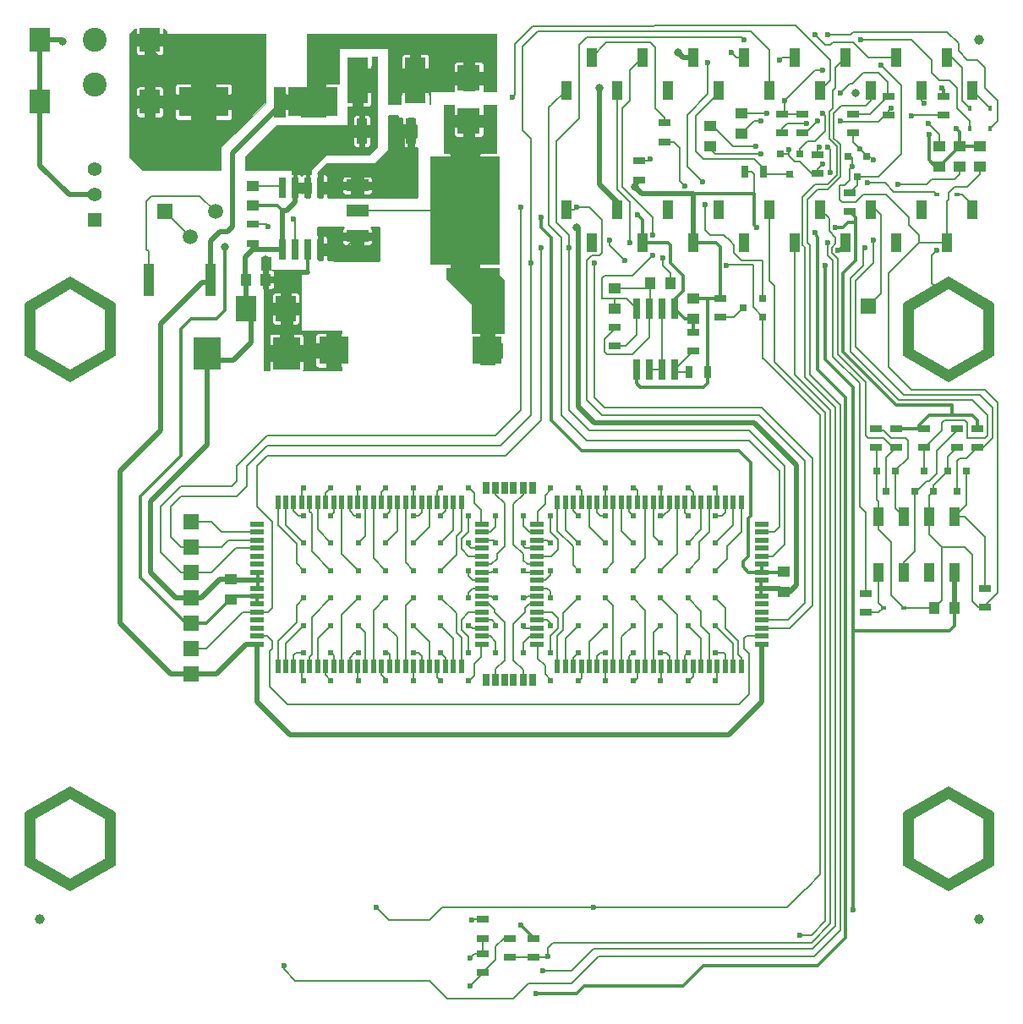
<source format=gbr>
G04 #@! TF.FileFunction,Copper,L2,Bot,Signal*
%FSLAX46Y46*%
G04 Gerber Fmt 4.6, Leading zero omitted, Abs format (unit mm)*
G04 Created by KiCad (PCBNEW 4.1.0-alpha+201605191647+6814~44~ubuntu14.04.1-product) date Tue May 24 14:16:21 2016*
%MOMM*%
%LPD*%
G01*
G04 APERTURE LIST*
%ADD10C,0.100000*%
%ADD11C,1.000000*%
%ADD12C,0.150000*%
%ADD13R,0.660400X2.032000*%
%ADD14R,1.020000X1.900000*%
%ADD15C,1.510000*%
%ADD16R,1.510000X1.510000*%
%ADD17R,1.000000X3.200000*%
%ADD18R,1.000000X2.500000*%
%ADD19R,2.920000X2.790000*%
%ADD20R,2.286000X1.143000*%
%ADD21R,6.997700X10.800080*%
%ADD22R,1.000000X1.250000*%
%ADD23R,1.250000X1.000000*%
%ADD24R,2.000000X2.500000*%
%ADD25R,1.300000X0.700000*%
%ADD26R,5.000000X3.000000*%
%ADD27R,2.700000X3.200000*%
%ADD28R,1.020000X1.850000*%
%ADD29C,2.400000*%
%ADD30R,2.000000X2.400000*%
%ADD31R,0.450000X0.590000*%
%ADD32R,0.590000X0.450000*%
%ADD33R,0.800100X0.800100*%
%ADD34R,0.700000X1.300000*%
%ADD35R,1.501140X1.501140*%
%ADD36R,1.397000X1.397000*%
%ADD37C,1.397000*%
%ADD38R,2.000000X4.600000*%
%ADD39R,2.300000X2.500000*%
%ADD40R,0.500000X1.480000*%
%ADD41R,1.480000X0.500000*%
%ADD42C,1.000000*%
%ADD43C,0.604800*%
%ADD44R,0.800000X1.300000*%
%ADD45C,0.800000*%
%ADD46C,0.600000*%
%ADD47C,0.500000*%
%ADD48C,0.300000*%
%ADD49C,0.200000*%
%ADD50C,0.254000*%
G04 APERTURE END LIST*
D10*
D11*
X144000000Y-69400000D02*
X148000000Y-71700000D01*
X148000000Y-71700000D02*
X148000000Y-76300000D01*
X148000000Y-76300000D02*
X144000000Y-78600000D01*
X144000000Y-78600000D02*
X140000000Y-76300000D01*
X140000000Y-76300000D02*
X140000000Y-71700000D01*
X140000000Y-71700000D02*
X144000000Y-69400000D01*
D12*
X148500000Y-76598000D02*
X144000000Y-79196000D01*
X144000000Y-79196000D02*
X139500000Y-76598000D01*
X139500000Y-71402000D02*
X144000000Y-68804000D01*
X144000000Y-68804000D02*
X148500000Y-71402000D01*
X148500000Y-71402000D02*
X148500000Y-76598000D01*
X139500000Y-71402000D02*
X139500000Y-76598000D01*
D11*
X144000000Y-120400000D02*
X148000000Y-122700000D01*
X148000000Y-122700000D02*
X148000000Y-127300000D01*
X148000000Y-127300000D02*
X144000000Y-129600000D01*
X144000000Y-129600000D02*
X140000000Y-127300000D01*
X140000000Y-127300000D02*
X140000000Y-122700000D01*
X140000000Y-122700000D02*
X144000000Y-120400000D01*
D12*
X148500000Y-127598000D02*
X144000000Y-130196000D01*
X144000000Y-130196000D02*
X139500000Y-127598000D01*
X139500000Y-122402000D02*
X144000000Y-119804000D01*
X144000000Y-119804000D02*
X148500000Y-122402000D01*
X148500000Y-122402000D02*
X148500000Y-127598000D01*
X139500000Y-122402000D02*
X139500000Y-127598000D01*
D11*
X56000000Y-120400000D02*
X60000000Y-122700000D01*
X60000000Y-122700000D02*
X60000000Y-127300000D01*
X60000000Y-127300000D02*
X56000000Y-129600000D01*
X56000000Y-129600000D02*
X52000000Y-127300000D01*
X52000000Y-127300000D02*
X52000000Y-122700000D01*
X52000000Y-122700000D02*
X56000000Y-120400000D01*
D12*
X60500000Y-127598000D02*
X56000000Y-130196000D01*
X56000000Y-130196000D02*
X51500000Y-127598000D01*
X51500000Y-122402000D02*
X56000000Y-119804000D01*
X56000000Y-119804000D02*
X60500000Y-122402000D01*
X60500000Y-122402000D02*
X60500000Y-127598000D01*
X51500000Y-122402000D02*
X51500000Y-127598000D01*
D11*
X56000000Y-69400000D02*
X60000000Y-71700000D01*
X60000000Y-71700000D02*
X60000000Y-76300000D01*
X60000000Y-76300000D02*
X56000000Y-78600000D01*
X56000000Y-78600000D02*
X52000000Y-76300000D01*
X52000000Y-76300000D02*
X52000000Y-71700000D01*
X52000000Y-71700000D02*
X56000000Y-69400000D01*
D12*
X60500000Y-76598000D02*
X56000000Y-79196000D01*
X56000000Y-79196000D02*
X51500000Y-76598000D01*
X51500000Y-71402000D02*
X56000000Y-68804000D01*
X56000000Y-68804000D02*
X60500000Y-71402000D01*
X60500000Y-71402000D02*
X60500000Y-76598000D01*
X51500000Y-71402000D02*
X51500000Y-76598000D01*
D13*
X116507000Y-78030400D03*
X115237000Y-78030400D03*
X113967000Y-78030400D03*
X112697000Y-78030400D03*
X112697000Y-71883600D03*
X113967000Y-71883600D03*
X115237000Y-71883600D03*
X116507000Y-71883600D03*
D14*
X146320000Y-61970000D03*
X143780000Y-65270000D03*
X141240000Y-61970000D03*
X138700000Y-65270000D03*
X136160000Y-61970000D03*
X133620000Y-65270000D03*
X131080000Y-61970000D03*
X128540000Y-65270000D03*
X126000000Y-61970000D03*
X123460000Y-65270000D03*
X118380000Y-65270000D03*
X113300000Y-65270000D03*
X108220000Y-65270000D03*
X105680000Y-61970000D03*
X115840000Y-61970000D03*
X110760000Y-61970000D03*
X120920000Y-61970000D03*
X136160000Y-50030000D03*
X141240000Y-50030000D03*
X131080000Y-50030000D03*
X146320000Y-50030000D03*
X143780000Y-46730000D03*
X138700000Y-46730000D03*
X133620000Y-46730000D03*
X128540000Y-46730000D03*
X126000000Y-50030000D03*
X123460000Y-46730000D03*
X120920000Y-50030000D03*
X118380000Y-46730000D03*
X115840000Y-50030000D03*
X113300000Y-46730000D03*
X110760000Y-50030000D03*
X108220000Y-46730000D03*
X105680000Y-50030000D03*
D15*
X70536000Y-62154000D03*
D16*
X65456000Y-62154000D03*
D15*
X67996000Y-64694000D03*
D17*
X70074000Y-68994000D03*
X63874000Y-68994000D03*
D18*
X90125000Y-54135000D03*
X85225000Y-54135000D03*
D19*
X82409000Y-76092000D03*
X97779000Y-76092000D03*
D20*
X84760000Y-62122000D03*
D21*
X95555000Y-62122000D03*
D20*
X84760000Y-59582000D03*
X84760000Y-64662000D03*
D22*
X75594000Y-68994000D03*
X73594000Y-68994000D03*
D23*
X74340000Y-59612000D03*
X74340000Y-61612000D03*
D24*
X77610000Y-71915000D03*
X73610000Y-71915000D03*
D25*
X74340000Y-63472000D03*
X74340000Y-65372000D03*
D26*
X80354000Y-51200000D03*
X69354000Y-51200000D03*
D27*
X77655000Y-76360000D03*
X69755000Y-76360000D03*
D23*
X120104000Y-53618000D03*
X120104000Y-55618000D03*
X145082000Y-57669000D03*
X145082000Y-55669000D03*
X123238000Y-54367000D03*
X123238000Y-52367000D03*
X143050000Y-55669000D03*
X143050000Y-57669000D03*
D28*
X144574000Y-92706000D03*
X142034000Y-92706000D03*
X139494000Y-92706000D03*
X136954000Y-92706000D03*
X144574000Y-98356000D03*
X142034000Y-98356000D03*
X139494000Y-98356000D03*
X136954000Y-98356000D03*
D29*
X58500000Y-49500000D03*
D30*
X53000000Y-45000000D03*
X64000000Y-45000000D03*
X53000000Y-51200000D03*
X64000000Y-51200000D03*
D29*
X58500000Y-45000000D03*
D25*
X112954000Y-59024000D03*
X112954000Y-57124000D03*
X143472000Y-52520000D03*
X143472000Y-50620000D03*
D23*
X147114000Y-57669000D03*
X147114000Y-55669000D03*
D31*
X148130000Y-51804000D03*
X148130000Y-53914000D03*
D32*
X144867000Y-60479000D03*
X142757000Y-60479000D03*
D33*
X133886000Y-56665240D03*
X135786000Y-56665240D03*
X134836000Y-58664220D03*
X127155000Y-56411240D03*
X129055000Y-56411240D03*
X128105000Y-58410220D03*
D25*
X121082000Y-72764000D03*
X121082000Y-70864000D03*
X115494000Y-53314000D03*
X115494000Y-55214000D03*
D34*
X123558000Y-58193000D03*
X125458000Y-58193000D03*
D25*
X134074000Y-62172000D03*
X134074000Y-60272000D03*
X130899000Y-58362000D03*
X130899000Y-56462000D03*
X127302000Y-52417000D03*
X127302000Y-54317000D03*
X137970000Y-50639000D03*
X137970000Y-52539000D03*
X134414000Y-52417000D03*
X134414000Y-54317000D03*
D31*
X146098000Y-51804000D03*
X146098000Y-53914000D03*
D33*
X125384760Y-70864000D03*
X125384760Y-72764000D03*
X123385780Y-71814000D03*
D25*
X129334000Y-52417000D03*
X129334000Y-54317000D03*
D35*
X68120000Y-103405000D03*
D23*
X127432000Y-98246000D03*
X127432000Y-100246000D03*
X72060000Y-101008000D03*
X72060000Y-99008000D03*
D36*
X58500000Y-63040000D03*
D37*
X58500000Y-60500000D03*
X58500000Y-57960000D03*
D38*
X90575000Y-49055000D03*
X84775000Y-49055000D03*
D39*
X95930000Y-48810000D03*
X95930000Y-53110000D03*
D13*
X77267000Y-59810600D03*
X78537000Y-59810600D03*
X79807000Y-59810600D03*
X81077000Y-59810600D03*
X81077000Y-65957400D03*
X79807000Y-65957400D03*
X78537000Y-65957400D03*
X77267000Y-65957400D03*
D25*
X102410000Y-136867000D03*
X102410000Y-134967000D03*
X99997000Y-134967000D03*
X99997000Y-136867000D03*
X97330000Y-136491000D03*
X97330000Y-138391000D03*
X97330000Y-133062000D03*
X97330000Y-134962000D03*
D40*
X95200000Y-107740000D03*
X94400000Y-107740000D03*
X93600000Y-107740000D03*
X92800000Y-107740000D03*
X92000000Y-107740000D03*
X91200000Y-107740000D03*
X90400000Y-107740000D03*
X89600000Y-107740000D03*
X88800000Y-107740000D03*
X88000000Y-107740000D03*
X87200000Y-107740000D03*
X86400000Y-107740000D03*
X85600000Y-107740000D03*
X84800000Y-107740000D03*
X84000000Y-107740000D03*
X83200000Y-107740000D03*
X82400000Y-107740000D03*
X81600000Y-107740000D03*
X80800000Y-107740000D03*
X80000000Y-107740000D03*
X79200000Y-107740000D03*
X78400000Y-107740000D03*
X77600000Y-107740000D03*
X76800000Y-107740000D03*
D41*
X74760000Y-105500000D03*
X74760000Y-104700000D03*
X74760000Y-103900000D03*
X74760000Y-103100000D03*
X74760000Y-102300000D03*
X74760000Y-101500000D03*
X74760000Y-100700000D03*
X74760000Y-99900000D03*
X74760000Y-99100000D03*
X74760000Y-98300000D03*
X74760000Y-97500000D03*
X74760000Y-96700000D03*
X74760000Y-95900000D03*
X74760000Y-95100000D03*
X74760000Y-94300000D03*
X74760000Y-93500000D03*
D40*
X76800000Y-91260000D03*
X77600000Y-91260000D03*
X78400000Y-91260000D03*
X79200000Y-91260000D03*
X80000000Y-91260000D03*
X80800000Y-91260000D03*
X81600000Y-91260000D03*
X82400000Y-91260000D03*
X83200000Y-91260000D03*
X84000000Y-91260000D03*
X84800000Y-91260000D03*
X85600000Y-91260000D03*
X86400000Y-91260000D03*
X87200000Y-91260000D03*
X88000000Y-91260000D03*
X88800000Y-91260000D03*
X89600000Y-91260000D03*
X90400000Y-91260000D03*
X91200000Y-91260000D03*
X92000000Y-91260000D03*
X92800000Y-91260000D03*
X93600000Y-91260000D03*
X94400000Y-91260000D03*
X95200000Y-91260000D03*
D41*
X97240000Y-93500000D03*
X97240000Y-94300000D03*
X97240000Y-95100000D03*
X97240000Y-95900000D03*
X97240000Y-96700000D03*
X97240000Y-97500000D03*
X97240000Y-98300000D03*
X97240000Y-99100000D03*
X97240000Y-99900000D03*
X97240000Y-100700000D03*
X97240000Y-101500000D03*
X97240000Y-102300000D03*
X97240000Y-103100000D03*
X97240000Y-103900000D03*
X97240000Y-104700000D03*
X97240000Y-105500000D03*
D40*
X104800000Y-91260000D03*
X105600000Y-91260000D03*
X106400000Y-91260000D03*
X107200000Y-91260000D03*
X108000000Y-91260000D03*
X108800000Y-91260000D03*
X109600000Y-91260000D03*
X110400000Y-91260000D03*
X111200000Y-91260000D03*
X112000000Y-91260000D03*
X112800000Y-91260000D03*
X113600000Y-91260000D03*
X114400000Y-91260000D03*
X115200000Y-91260000D03*
X116000000Y-91260000D03*
X116800000Y-91260000D03*
X117600000Y-91260000D03*
X118400000Y-91260000D03*
X119200000Y-91260000D03*
X120000000Y-91260000D03*
X120800000Y-91260000D03*
X121600000Y-91260000D03*
X122400000Y-91260000D03*
X123200000Y-91260000D03*
D41*
X125240000Y-93500000D03*
X125240000Y-94300000D03*
X125240000Y-95100000D03*
X125240000Y-95900000D03*
X125240000Y-96700000D03*
X125240000Y-97500000D03*
X125240000Y-98300000D03*
X125240000Y-99100000D03*
X125240000Y-99900000D03*
X125240000Y-100700000D03*
X125240000Y-101500000D03*
X125240000Y-102300000D03*
X125240000Y-103100000D03*
X125240000Y-103900000D03*
X125240000Y-104700000D03*
X125240000Y-105500000D03*
D40*
X123200000Y-107740000D03*
X122400000Y-107740000D03*
X121600000Y-107740000D03*
X120800000Y-107740000D03*
X120000000Y-107740000D03*
X119200000Y-107740000D03*
X118400000Y-107740000D03*
X117600000Y-107740000D03*
X116800000Y-107740000D03*
X116000000Y-107740000D03*
X115200000Y-107740000D03*
X114400000Y-107740000D03*
X113600000Y-107740000D03*
X112800000Y-107740000D03*
X112000000Y-107740000D03*
X111200000Y-107740000D03*
X110400000Y-107740000D03*
X109600000Y-107740000D03*
X108800000Y-107740000D03*
X108000000Y-107740000D03*
X107200000Y-107740000D03*
X106400000Y-107740000D03*
X105600000Y-107740000D03*
X104800000Y-107740000D03*
D41*
X102760000Y-105500000D03*
X102760000Y-104700000D03*
X102760000Y-103900000D03*
X102760000Y-103100000D03*
X102760000Y-102300000D03*
X102760000Y-101500000D03*
X102760000Y-100700000D03*
X102760000Y-99900000D03*
X102760000Y-99100000D03*
X102760000Y-98300000D03*
X102760000Y-97500000D03*
X102760000Y-96700000D03*
X102760000Y-95900000D03*
X102760000Y-95100000D03*
X102760000Y-94300000D03*
X102760000Y-93500000D03*
D42*
X147000000Y-45000000D03*
X147000000Y-133000000D03*
X53000000Y-133000000D03*
D22*
X142558000Y-101881000D03*
X144558000Y-101881000D03*
D32*
X139533000Y-101881000D03*
X137423000Y-101881000D03*
D33*
X142476000Y-90181760D03*
X140576000Y-90181760D03*
X141526000Y-88182780D03*
X143878000Y-88180240D03*
X145778000Y-88180240D03*
X144828000Y-90179220D03*
X136766000Y-88180240D03*
X138666000Y-88180240D03*
X137716000Y-90179220D03*
D35*
X68120000Y-108485000D03*
X68120000Y-95785000D03*
X68120000Y-93245000D03*
X68120000Y-105945000D03*
X68120000Y-98325000D03*
X68120000Y-100865000D03*
X135938000Y-71655000D03*
D25*
X141526000Y-85813000D03*
X141526000Y-83913000D03*
X135684000Y-100423000D03*
X135684000Y-102323000D03*
X144828000Y-83913000D03*
X144828000Y-85813000D03*
X147622000Y-99915000D03*
X147622000Y-101815000D03*
X136700000Y-83913000D03*
X136700000Y-85813000D03*
X138732000Y-85813000D03*
X138732000Y-83913000D03*
X146860000Y-85813000D03*
X146860000Y-83913000D03*
D23*
X118412000Y-70909000D03*
X118412000Y-72909000D03*
D22*
X114110000Y-69369000D03*
X116110000Y-69369000D03*
D23*
X110538000Y-71893000D03*
X110538000Y-69893000D03*
D34*
X119870000Y-78259000D03*
X117970000Y-78259000D03*
D25*
X118412000Y-76161000D03*
X118412000Y-74261000D03*
X110538000Y-75653000D03*
X110538000Y-73753000D03*
D43*
X120625000Y-98125000D03*
X120625000Y-95375000D03*
X120625000Y-92625000D03*
X120625000Y-89875000D03*
X117875000Y-98125000D03*
X117875000Y-95375000D03*
X117875000Y-89875000D03*
X117875000Y-92625000D03*
X115125000Y-98125000D03*
X115125000Y-92625000D03*
X115125000Y-89875000D03*
X115125000Y-95375000D03*
X112375000Y-98125000D03*
X112375000Y-89875000D03*
X112375000Y-92625000D03*
X112375000Y-95375000D03*
X109625000Y-98125000D03*
X109625000Y-89875000D03*
X109625000Y-92625000D03*
X109625000Y-95375000D03*
X106875000Y-89875000D03*
X106875000Y-92625000D03*
X106875000Y-95375000D03*
X106875000Y-98125000D03*
X104125000Y-89875000D03*
X101375000Y-92625000D03*
X104125000Y-95375000D03*
X101375000Y-95375000D03*
X104125000Y-92625000D03*
X101375000Y-89875000D03*
X101375000Y-98125000D03*
X104125000Y-98125000D03*
X104125000Y-100875000D03*
X101375000Y-100875000D03*
X101375000Y-109125000D03*
X104125000Y-106375000D03*
X104125000Y-103625000D03*
X101375000Y-103625000D03*
X101375000Y-106375000D03*
X104125000Y-109125000D03*
X106875000Y-100875000D03*
X106875000Y-103625000D03*
X106875000Y-106375000D03*
X106875000Y-109125000D03*
X109625000Y-103625000D03*
X109625000Y-106375000D03*
X109625000Y-109125000D03*
X109625000Y-100875000D03*
X112375000Y-103625000D03*
X112375000Y-106375000D03*
X112375000Y-109125000D03*
X112375000Y-100875000D03*
X115125000Y-103625000D03*
X115125000Y-109125000D03*
X115125000Y-106375000D03*
X115125000Y-100875000D03*
X117875000Y-106375000D03*
X117875000Y-109125000D03*
X117875000Y-103625000D03*
X117875000Y-100875000D03*
X120625000Y-109125000D03*
X120625000Y-106375000D03*
X120625000Y-103625000D03*
X120625000Y-100875000D03*
X98625000Y-109125000D03*
X95875000Y-109125000D03*
X93125000Y-109125000D03*
X90375000Y-109125000D03*
X87625000Y-109125000D03*
X84875000Y-109125000D03*
X82125000Y-109125000D03*
X79375000Y-109125000D03*
X98625000Y-106375000D03*
X95875000Y-106375000D03*
X93125000Y-106375000D03*
X90375000Y-106375000D03*
X87625000Y-106375000D03*
X84875000Y-106375000D03*
X82125000Y-106375000D03*
X79375000Y-106375000D03*
X98625000Y-103625000D03*
X95875000Y-103625000D03*
X93125000Y-103625000D03*
X90375000Y-103625000D03*
X87625000Y-103625000D03*
X84875000Y-103625000D03*
X82125000Y-103625000D03*
X79375000Y-103625000D03*
X98625000Y-100875000D03*
X95875000Y-100875000D03*
X93125000Y-100875000D03*
X90375000Y-100875000D03*
X87625000Y-100875000D03*
X84875000Y-100875000D03*
X82125000Y-100875000D03*
X79375000Y-100875000D03*
X98625000Y-98125000D03*
X95875000Y-98125000D03*
X93125000Y-98125000D03*
X90375000Y-98125000D03*
X87625000Y-98125000D03*
X84875000Y-98125000D03*
X82125000Y-98125000D03*
X79375000Y-98125000D03*
X98625000Y-95375000D03*
X95875000Y-95375000D03*
X93125000Y-95375000D03*
X90375000Y-95375000D03*
X87625000Y-95375000D03*
X84875000Y-95375000D03*
X82125000Y-95375000D03*
X79375000Y-95375000D03*
X98625000Y-92625000D03*
X95875000Y-92625000D03*
X93125000Y-92625000D03*
X90375000Y-92625000D03*
X87625000Y-92625000D03*
X84875000Y-92625000D03*
X82125000Y-92625000D03*
X79375000Y-92625000D03*
X98625000Y-89875000D03*
X95875000Y-89875000D03*
X93125000Y-89875000D03*
X90375000Y-89875000D03*
X87625000Y-89875000D03*
X84875000Y-89875000D03*
X82125000Y-89875000D03*
X79375000Y-89875000D03*
D44*
X101370000Y-109104000D03*
D34*
X100420000Y-109104000D03*
X102320000Y-109104000D03*
D44*
X98620000Y-89854000D03*
D34*
X97670000Y-89854000D03*
X99570000Y-89854000D03*
D44*
X101370000Y-89854000D03*
D34*
X100420000Y-89854000D03*
X102320000Y-89854000D03*
D44*
X98620000Y-109104000D03*
D34*
X99570000Y-109104000D03*
X97670000Y-109104000D03*
D45*
X134668000Y-50319000D03*
X75610000Y-66962000D03*
D46*
X76756000Y-54383000D03*
X75232000Y-55907000D03*
X73962000Y-57431000D03*
X70406000Y-57431000D03*
X70406000Y-55907000D03*
X70914000Y-54383000D03*
X112824000Y-62511000D03*
X131620000Y-67591000D03*
X134414000Y-132107000D03*
D45*
X106728000Y-63781000D03*
D46*
X144701000Y-53875000D03*
X142034000Y-54510000D03*
X143304000Y-49811000D03*
D45*
X116888000Y-46255000D03*
X66000000Y-54500000D03*
X65704000Y-47658000D03*
D46*
X124676000Y-55634000D03*
X125184000Y-56396000D03*
X138900000Y-59444000D03*
X125184000Y-53094000D03*
X125778000Y-52351000D03*
X141948000Y-53348000D03*
D45*
X55290000Y-45118000D03*
X109014000Y-49811000D03*
D46*
X114094000Y-56923000D03*
X102664000Y-140489000D03*
X101140000Y-133631000D03*
X130604000Y-64289000D03*
X103172000Y-62765000D03*
X124762000Y-63781000D03*
X132636000Y-63781000D03*
D45*
X112570000Y-59717000D03*
X71546000Y-65692000D03*
D46*
X101140000Y-61749000D03*
X106728000Y-61749000D03*
X108506000Y-67337000D03*
X102156000Y-67337000D03*
X131366000Y-57431000D03*
X134287000Y-57685000D03*
X127978000Y-56015000D03*
X127556000Y-51081000D03*
X131407000Y-48014000D03*
X133144000Y-50319000D03*
X131874000Y-44477000D03*
X129756000Y-53348000D03*
X135811000Y-59336000D03*
X131026000Y-55761000D03*
X121714000Y-67591000D03*
X110030000Y-65051000D03*
X111554000Y-67083000D03*
X86662000Y-131853000D03*
X108379000Y-131853000D03*
X137208000Y-47525000D03*
X122222000Y-46255000D03*
X77391000Y-137695000D03*
X129080000Y-134647000D03*
X135176000Y-44985000D03*
X132128000Y-58320000D03*
X131874000Y-55780000D03*
X130858000Y-53113000D03*
X127048000Y-47017000D03*
X119850000Y-47252000D03*
X119555000Y-61495000D03*
X119301000Y-59209000D03*
X100254000Y-50708000D03*
X117526000Y-59598000D03*
X75864000Y-63660000D03*
X96187000Y-133123000D03*
X96060000Y-139727000D03*
X103807000Y-136806000D03*
X96060000Y-136933000D03*
X103299000Y-138203000D03*
X123492000Y-44985000D03*
X130604000Y-44477000D03*
X103172000Y-65813000D03*
X105966000Y-65813000D03*
X140256000Y-52605000D03*
X138224000Y-51843000D03*
X131366000Y-52351000D03*
X133144000Y-53113000D03*
X136446000Y-57050000D03*
X135090000Y-55888000D03*
X135557000Y-65813000D03*
X141526000Y-51335000D03*
X114348000Y-64543000D03*
X136446000Y-65051000D03*
X131874000Y-65305000D03*
X112062000Y-65305000D03*
X114348000Y-66575000D03*
X132890000Y-66067000D03*
X142796000Y-66067000D03*
X115364000Y-66829000D03*
X78404000Y-62898000D03*
D47*
X79807000Y-68232000D02*
X79102000Y-68232000D01*
X79102000Y-68232000D02*
X77610000Y-69724000D01*
D48*
X79807000Y-66059000D02*
X79807000Y-68232000D01*
X79807000Y-68232000D02*
X79807000Y-68329000D01*
D47*
X75594000Y-68994000D02*
X76880000Y-68994000D01*
X76880000Y-68994000D02*
X77610000Y-69724000D01*
X77610000Y-69724000D02*
X77610000Y-71915000D01*
X75594000Y-66978000D02*
X75594000Y-68994000D01*
X75610000Y-66962000D02*
X75594000Y-66978000D01*
X78124000Y-72798000D02*
X78124000Y-77034000D01*
X78124000Y-77034000D02*
X78042000Y-77116000D01*
D49*
X82409000Y-75592000D02*
X81458000Y-75592000D01*
X81458000Y-75592000D02*
X79934000Y-77116000D01*
X79934000Y-77116000D02*
X78042000Y-77116000D01*
X78124000Y-77034000D02*
X78042000Y-77116000D01*
X78124000Y-77034000D02*
X78042000Y-77116000D01*
X97779000Y-69307000D02*
X97779000Y-75592000D01*
X95930000Y-53110000D02*
X95930000Y-61747000D01*
X95930000Y-61747000D02*
X95555000Y-62122000D01*
X95555000Y-62122000D02*
X95555000Y-67583000D01*
X95555000Y-67583000D02*
X97779000Y-69807000D01*
X95726000Y-61951000D02*
X95555000Y-62122000D01*
X84760000Y-62122000D02*
X95555000Y-62122000D01*
X79200000Y-91350000D02*
X79200000Y-90050000D01*
X79200000Y-90050000D02*
X79375000Y-89875000D01*
X81600000Y-91350000D02*
X81600000Y-90400000D01*
X81600000Y-90400000D02*
X82125000Y-89875000D01*
X84800000Y-91350000D02*
X84800000Y-89950000D01*
X84800000Y-89950000D02*
X84875000Y-89875000D01*
X87200000Y-91350000D02*
X87200000Y-90300000D01*
X87200000Y-90300000D02*
X87625000Y-89875000D01*
X90400000Y-91350000D02*
X90400000Y-89900000D01*
X90400000Y-89900000D02*
X90375000Y-89875000D01*
X92800000Y-91350000D02*
X92800000Y-90200000D01*
X92800000Y-90200000D02*
X93125000Y-89875000D01*
X95875000Y-89875000D02*
X95963000Y-89875000D01*
X95963000Y-89875000D02*
X96444000Y-90356000D01*
X96444000Y-90356000D02*
X96444000Y-91372000D01*
X96444000Y-91372000D02*
X97150000Y-92078000D01*
X97150000Y-92078000D02*
X97150000Y-93500000D01*
X98625000Y-89875000D02*
X98625000Y-90505000D01*
X98190000Y-97500000D02*
X97150000Y-97500000D01*
X98730000Y-96960000D02*
X98190000Y-97500000D01*
X98730000Y-96452000D02*
X98730000Y-96960000D01*
X99492000Y-95690000D02*
X98730000Y-96452000D01*
X99492000Y-91372000D02*
X99492000Y-95690000D01*
X98625000Y-90505000D02*
X99492000Y-91372000D01*
X78400000Y-91350000D02*
X78400000Y-92124000D01*
X78901000Y-92625000D02*
X79375000Y-92625000D01*
X78400000Y-92124000D02*
X78901000Y-92625000D01*
X82400000Y-91350000D02*
X82400000Y-92350000D01*
X82400000Y-92350000D02*
X82125000Y-92625000D01*
X84000000Y-91350000D02*
X84000000Y-92136000D01*
X84489000Y-92625000D02*
X84875000Y-92625000D01*
X84000000Y-92136000D02*
X84489000Y-92625000D01*
X88000000Y-91350000D02*
X88000000Y-92250000D01*
X88000000Y-92250000D02*
X87625000Y-92625000D01*
X91200000Y-91350000D02*
X91200000Y-92298000D01*
X90873000Y-92625000D02*
X90375000Y-92625000D01*
X91200000Y-92298000D02*
X90873000Y-92625000D01*
X93600000Y-91350000D02*
X93600000Y-92150000D01*
X93600000Y-92150000D02*
X93125000Y-92625000D01*
X95875000Y-92625000D02*
X95875000Y-94227000D01*
X95930000Y-96700000D02*
X97150000Y-96700000D01*
X95174000Y-95944000D02*
X95930000Y-96700000D01*
X95174000Y-94928000D02*
X95174000Y-95944000D01*
X95875000Y-94227000D02*
X95174000Y-94928000D01*
X98625000Y-92625000D02*
X98625000Y-93763000D01*
X98088000Y-94300000D02*
X97150000Y-94300000D01*
X98625000Y-93763000D02*
X98088000Y-94300000D01*
X77600000Y-91350000D02*
X77600000Y-93600000D01*
X77600000Y-93600000D02*
X79375000Y-95375000D01*
X80800000Y-91350000D02*
X80800000Y-94050000D01*
X80800000Y-94050000D02*
X82125000Y-95375000D01*
X85600000Y-91350000D02*
X85600000Y-94650000D01*
X85600000Y-94650000D02*
X84875000Y-95375000D01*
X88800000Y-91350000D02*
X88800000Y-94200000D01*
X88800000Y-94200000D02*
X87625000Y-95375000D01*
X92000000Y-91350000D02*
X92000000Y-93750000D01*
X92000000Y-93750000D02*
X90375000Y-95375000D01*
X94400000Y-91350000D02*
X94400000Y-94100000D01*
X94400000Y-94100000D02*
X93125000Y-95375000D01*
X95875000Y-95375000D02*
X95875000Y-95629000D01*
X95875000Y-95629000D02*
X96146000Y-95900000D01*
X96146000Y-95900000D02*
X97150000Y-95900000D01*
X98625000Y-95375000D02*
X98625000Y-95331000D01*
X98625000Y-95331000D02*
X98394000Y-95100000D01*
X98394000Y-95100000D02*
X97150000Y-95100000D01*
X76800000Y-91350000D02*
X76800000Y-93572000D01*
X78664000Y-97414000D02*
X79375000Y-98125000D01*
X78664000Y-95436000D02*
X78664000Y-97414000D01*
X76800000Y-93572000D02*
X78664000Y-95436000D01*
X80000000Y-91350000D02*
X80000000Y-92200000D01*
X80188000Y-96188000D02*
X82125000Y-98125000D01*
X80188000Y-92388000D02*
X80188000Y-96188000D01*
X80000000Y-92200000D02*
X80188000Y-92388000D01*
X83200000Y-91350000D02*
X83200000Y-96450000D01*
X83200000Y-96450000D02*
X84875000Y-98125000D01*
X86400000Y-91350000D02*
X86400000Y-96900000D01*
X86400000Y-96900000D02*
X87625000Y-98125000D01*
X89600000Y-91350000D02*
X89600000Y-97350000D01*
X89600000Y-97350000D02*
X90375000Y-98125000D01*
X95200000Y-91350000D02*
X95200000Y-94140000D01*
X94666000Y-96584000D02*
X93125000Y-98125000D01*
X94666000Y-94674000D02*
X94666000Y-96584000D01*
X95200000Y-94140000D02*
X94666000Y-94674000D01*
X95875000Y-98125000D02*
X95875000Y-98677000D01*
X96298000Y-99100000D02*
X97150000Y-99100000D01*
X95875000Y-98677000D02*
X96298000Y-99100000D01*
X98625000Y-98125000D02*
X98327000Y-98125000D01*
X98327000Y-98125000D02*
X98152000Y-98300000D01*
X98152000Y-98300000D02*
X97150000Y-98300000D01*
X76800000Y-107650000D02*
X76800000Y-105174000D01*
X78664000Y-101586000D02*
X79375000Y-100875000D01*
X78664000Y-103310000D02*
X78664000Y-101586000D01*
X76800000Y-105174000D02*
X78664000Y-103310000D01*
X80000000Y-107650000D02*
X80000000Y-106757998D01*
X80188000Y-102812000D02*
X82125000Y-100875000D01*
X80188000Y-106569998D02*
X80188000Y-102812000D01*
X80000000Y-106757998D02*
X80188000Y-106569998D01*
X83200000Y-107650000D02*
X83200000Y-102550000D01*
X83200000Y-102550000D02*
X84875000Y-100875000D01*
X86400000Y-107650000D02*
X86400000Y-102100000D01*
X86400000Y-102100000D02*
X87625000Y-100875000D01*
X89600000Y-107650000D02*
X89600000Y-101650000D01*
X89600000Y-101650000D02*
X90375000Y-100875000D01*
X95200000Y-107650000D02*
X95200000Y-104860000D01*
X94666000Y-102416000D02*
X93125000Y-100875000D01*
X94666000Y-104326000D02*
X94666000Y-102416000D01*
X95200000Y-104860000D02*
X94666000Y-104326000D01*
X95875000Y-100875000D02*
X95875000Y-100323000D01*
X96298000Y-99900000D02*
X97150000Y-99900000D01*
X95875000Y-100323000D02*
X96298000Y-99900000D01*
X98625000Y-100875000D02*
X98327000Y-100875000D01*
X98327000Y-100875000D02*
X98152000Y-100700000D01*
X98152000Y-100700000D02*
X97150000Y-100700000D01*
X77600000Y-107650000D02*
X77600000Y-105400000D01*
X77600000Y-105400000D02*
X79375000Y-103625000D01*
X80800000Y-107650000D02*
X80800000Y-104950000D01*
X80800000Y-104950000D02*
X82125000Y-103625000D01*
X85600000Y-107650000D02*
X85600000Y-104350000D01*
X85600000Y-104350000D02*
X84875000Y-103625000D01*
X88800000Y-107650000D02*
X88800000Y-104800000D01*
X88800000Y-104800000D02*
X87625000Y-103625000D01*
X92000000Y-107650000D02*
X92000000Y-105250000D01*
X92000000Y-105250000D02*
X90375000Y-103625000D01*
X94400000Y-107650000D02*
X94400000Y-104900000D01*
X94400000Y-104900000D02*
X93125000Y-103625000D01*
X95875000Y-103625000D02*
X95997000Y-103625000D01*
X95997000Y-103625000D02*
X96272000Y-103900000D01*
X96272000Y-103900000D02*
X97150000Y-103900000D01*
X98625000Y-103625000D02*
X98625000Y-103459000D01*
X98625000Y-103459000D02*
X98266000Y-103100000D01*
X98266000Y-103100000D02*
X97150000Y-103100000D01*
X78400000Y-107650000D02*
X78400000Y-106622000D01*
X78647000Y-106375000D02*
X79375000Y-106375000D01*
X78400000Y-106622000D02*
X78647000Y-106375000D01*
X82400000Y-107650000D02*
X82400000Y-106650000D01*
X82400000Y-106650000D02*
X82125000Y-106375000D01*
X84000000Y-107650000D02*
X84000000Y-106864000D01*
X84489000Y-106375000D02*
X84875000Y-106375000D01*
X84000000Y-106864000D02*
X84489000Y-106375000D01*
X87625000Y-106375000D02*
X87825000Y-106375000D01*
X87825000Y-106375000D02*
X88000000Y-106550000D01*
X88000000Y-106550000D02*
X88000000Y-107650000D01*
X91200000Y-107650000D02*
X91200000Y-106702000D01*
X90873000Y-106375000D02*
X90375000Y-106375000D01*
X91200000Y-106702000D02*
X90873000Y-106375000D01*
X93600000Y-107650000D02*
X93600000Y-106850000D01*
X93600000Y-106850000D02*
X93125000Y-106375000D01*
X95875000Y-106375000D02*
X95875000Y-104773000D01*
X95930000Y-102300000D02*
X97150000Y-102300000D01*
X95174000Y-103056000D02*
X95930000Y-102300000D01*
X95174000Y-104072000D02*
X95174000Y-103056000D01*
X95875000Y-104773000D02*
X95174000Y-104072000D01*
X98625000Y-106375000D02*
X98625000Y-105237000D01*
X98088000Y-104700000D02*
X97150000Y-104700000D01*
X98625000Y-105237000D02*
X98088000Y-104700000D01*
X79200000Y-107650000D02*
X79200000Y-108950000D01*
X79200000Y-108950000D02*
X79375000Y-109125000D01*
X81600000Y-107650000D02*
X81600000Y-108600000D01*
X81600000Y-108600000D02*
X82125000Y-109125000D01*
X84800000Y-107650000D02*
X84800000Y-109050000D01*
X84800000Y-109050000D02*
X84875000Y-109125000D01*
X87625000Y-109125000D02*
X87625000Y-108969000D01*
X87625000Y-108969000D02*
X87200000Y-108544000D01*
X87200000Y-108544000D02*
X87200000Y-107650000D01*
X90400000Y-107650000D02*
X90400000Y-109100000D01*
X90400000Y-109100000D02*
X90375000Y-109125000D01*
X92800000Y-107650000D02*
X92800000Y-108800000D01*
X92800000Y-108800000D02*
X93125000Y-109125000D01*
X95875000Y-109125000D02*
X95963000Y-109125000D01*
X95963000Y-109125000D02*
X96444000Y-108644000D01*
X96444000Y-108644000D02*
X96444000Y-107501000D01*
X96444000Y-107501000D02*
X97150000Y-106795000D01*
X97150000Y-106795000D02*
X97150000Y-105500000D01*
X98625000Y-109125000D02*
X98625000Y-107987000D01*
X97936000Y-101500000D02*
X97150000Y-101500000D01*
X98476000Y-102040000D02*
X97936000Y-101500000D01*
X98476000Y-102294000D02*
X98476000Y-102040000D01*
X99492000Y-103310000D02*
X98476000Y-102294000D01*
X99492000Y-107120000D02*
X99492000Y-103310000D01*
X98625000Y-107987000D02*
X99492000Y-107120000D01*
D48*
X78537000Y-59810600D02*
X78537000Y-57688000D01*
X75232000Y-55907000D02*
X76756000Y-54383000D01*
X78280000Y-57431000D02*
X73962000Y-57431000D01*
X78537000Y-57688000D02*
X78280000Y-57431000D01*
X69354000Y-51200000D02*
X69354000Y-52823000D01*
X70406000Y-55907000D02*
X70406000Y-57431000D01*
X69354000Y-52823000D02*
X70914000Y-54383000D01*
X113300000Y-65270000D02*
X113300000Y-62987000D01*
X113300000Y-62987000D02*
X112824000Y-62511000D01*
X116126000Y-67083000D02*
X116126000Y-65559000D01*
X117396000Y-70131000D02*
X117396000Y-68607000D01*
X117396000Y-68607000D02*
X116126000Y-67337000D01*
X116126000Y-67337000D02*
X116126000Y-67083000D01*
X116507000Y-71020000D02*
X117396000Y-70131000D01*
X115837000Y-65270000D02*
X113300000Y-65270000D01*
X116126000Y-65559000D02*
X115837000Y-65270000D01*
X116507000Y-71883600D02*
X116507000Y-71020000D01*
X118412000Y-72909000D02*
X117532400Y-72909000D01*
X117532400Y-72909000D02*
X116507000Y-71883600D01*
X118412000Y-74261000D02*
X118412000Y-72909000D01*
X134414000Y-104167000D02*
X144066000Y-104167000D01*
X144558000Y-103675000D02*
X144066000Y-104167000D01*
X144558000Y-103675000D02*
X144558000Y-101881000D01*
X134414000Y-132107000D02*
X134414000Y-104167000D01*
X134414000Y-104167000D02*
X134414000Y-103913000D01*
X134414000Y-80037000D02*
X134414000Y-79783000D01*
X134414000Y-103913000D02*
X134414000Y-80037000D01*
X131620000Y-76989000D02*
X131620000Y-74195000D01*
X134414000Y-79783000D02*
X131620000Y-76989000D01*
X131620000Y-74195000D02*
X131620000Y-67591000D01*
D47*
X144574000Y-98356000D02*
X144574000Y-101865000D01*
X144574000Y-101865000D02*
X144558000Y-101881000D01*
X106860598Y-69115000D02*
X106860598Y-63913598D01*
X128707598Y-87538598D02*
X124508000Y-83339000D01*
X124508000Y-83339000D02*
X108506000Y-83339000D01*
X108506000Y-83339000D02*
X106860598Y-81693598D01*
X106860598Y-81693598D02*
X106860598Y-69115000D01*
X128056598Y-100246000D02*
X128707598Y-99595000D01*
X128707598Y-99595000D02*
X128707598Y-87911000D01*
X128707598Y-87911000D02*
X128707598Y-87538598D01*
X106860598Y-63913598D02*
X106728000Y-63781000D01*
X127432000Y-100246000D02*
X128056598Y-100246000D01*
X68120000Y-100865000D02*
X66596000Y-100865000D01*
X69755000Y-85514000D02*
X69755000Y-76360000D01*
X64056000Y-91213000D02*
X69755000Y-85514000D01*
X64056000Y-98325000D02*
X64056000Y-91213000D01*
X66596000Y-100865000D02*
X64056000Y-98325000D01*
X72060000Y-99008000D02*
X70993000Y-99008000D01*
X69136000Y-100865000D02*
X68120000Y-100865000D01*
X70993000Y-99008000D02*
X69136000Y-100865000D01*
D48*
X144701000Y-53875000D02*
X145082000Y-54256000D01*
X144742000Y-53875000D02*
X144701000Y-53875000D01*
X145082000Y-54256000D02*
X145082000Y-55669000D01*
X142653000Y-57669000D02*
X142034000Y-57050000D01*
X142034000Y-57050000D02*
X142034000Y-54510000D01*
X143050000Y-57669000D02*
X142653000Y-57669000D01*
X143472000Y-50620000D02*
X143472000Y-49979000D01*
X143472000Y-49979000D02*
X143304000Y-49811000D01*
X145082000Y-55669000D02*
X145050000Y-55669000D01*
X145050000Y-55669000D02*
X143050000Y-57669000D01*
X145082000Y-55669000D02*
X147114000Y-55669000D01*
X145082000Y-55669000D02*
X145082000Y-55228000D01*
D47*
X118380000Y-46730000D02*
X117363000Y-46730000D01*
X117363000Y-46730000D02*
X116888000Y-46255000D01*
X64000000Y-51200000D02*
X64000000Y-52500000D01*
X64000000Y-52500000D02*
X66000000Y-54500000D01*
X64000000Y-45000000D02*
X64000000Y-45954000D01*
X64000000Y-45954000D02*
X65704000Y-47658000D01*
X64000000Y-45000000D02*
X64000000Y-51200000D01*
X69354000Y-51200000D02*
X64000000Y-51200000D01*
X74340000Y-65372000D02*
X74340000Y-65946000D01*
X74340000Y-65946000D02*
X74328600Y-65957400D01*
X73610000Y-71915000D02*
X73610000Y-69010000D01*
X73610000Y-69010000D02*
X73578000Y-68978000D01*
X73578000Y-68978000D02*
X73578000Y-66708000D01*
X73578000Y-66708000D02*
X74328600Y-65957400D01*
X74328600Y-65957400D02*
X77267000Y-65957400D01*
D48*
X74340000Y-61612000D02*
X76773000Y-61612000D01*
X76773000Y-61612000D02*
X77267000Y-62106000D01*
X84775000Y-49055000D02*
X84775000Y-51743000D01*
X85225000Y-52193000D02*
X85225000Y-54135000D01*
X84775000Y-51743000D02*
X85225000Y-52193000D01*
D47*
X125150000Y-99900000D02*
X127086000Y-99900000D01*
X127086000Y-99900000D02*
X127432000Y-100246000D01*
X74850000Y-99100000D02*
X72152000Y-99100000D01*
X72152000Y-99100000D02*
X72044000Y-98992000D01*
D48*
X125150000Y-100700000D02*
X125150000Y-99900000D01*
X125150000Y-99900000D02*
X125150000Y-99100000D01*
X70142000Y-77116000D02*
X70142000Y-77510000D01*
X74850000Y-98300000D02*
X74850000Y-99100000D01*
X74850000Y-99100000D02*
X74850000Y-99900000D01*
D47*
X70142000Y-77116000D02*
X72314000Y-77116000D01*
X72314000Y-77116000D02*
X74124000Y-75306000D01*
X74124000Y-75306000D02*
X74124000Y-72798000D01*
X77267000Y-66059000D02*
X77267000Y-62106000D01*
X77267000Y-62106000D02*
X77283000Y-62122000D01*
X77283000Y-62122000D02*
X77394000Y-62122000D01*
X77394000Y-62122000D02*
X77394000Y-62106000D01*
D49*
X79807000Y-59709000D02*
X79807000Y-57677000D01*
X83236000Y-54248000D02*
X84596000Y-54248000D01*
X79807000Y-57677000D02*
X83236000Y-54248000D01*
D47*
X78537000Y-59709000D02*
X78537000Y-61233000D01*
X78537000Y-61233000D02*
X77664000Y-62106000D01*
X77664000Y-62106000D02*
X77394000Y-62106000D01*
D49*
X79807000Y-59709000D02*
X78537000Y-59709000D01*
X74340000Y-59612000D02*
X77068400Y-59612000D01*
X77068400Y-59612000D02*
X77267000Y-59810600D01*
D47*
X72308000Y-59596000D02*
X72308000Y-56291000D01*
X70074000Y-65132000D02*
X71038000Y-64168000D01*
X71038000Y-64168000D02*
X71800000Y-64168000D01*
X71800000Y-64168000D02*
X72308000Y-63660000D01*
X70074000Y-68994000D02*
X70074000Y-65386000D01*
X70074000Y-65386000D02*
X70074000Y-65132000D01*
X72308000Y-63660000D02*
X72308000Y-59596000D01*
X77399000Y-51200000D02*
X80354000Y-51200000D01*
X72308000Y-56291000D02*
X77399000Y-51200000D01*
X68120000Y-108485000D02*
X66088000Y-108485000D01*
X65072000Y-73433000D02*
X69257000Y-69248000D01*
X69257000Y-69248000D02*
X69820000Y-69248000D01*
X65072000Y-80545000D02*
X65072000Y-73433000D01*
X65072000Y-84101000D02*
X65072000Y-80545000D01*
X61008000Y-88165000D02*
X65072000Y-84101000D01*
X61008000Y-103405000D02*
X61008000Y-88165000D01*
X66088000Y-108485000D02*
X61008000Y-103405000D01*
X74760000Y-105500000D02*
X73645000Y-105500000D01*
X70660000Y-108485000D02*
X68120000Y-108485000D01*
X73645000Y-105500000D02*
X70660000Y-108485000D01*
X78280000Y-114581000D02*
X78026000Y-114581000D01*
X125270000Y-105530000D02*
X125270000Y-111279000D01*
X121968000Y-114581000D02*
X78788000Y-114581000D01*
X78280000Y-114581000D02*
X78788000Y-114581000D01*
X121968000Y-114581000D02*
X125270000Y-111279000D01*
X74760000Y-111315000D02*
X74760000Y-105500000D01*
X78026000Y-114581000D02*
X74760000Y-111315000D01*
X125270000Y-105530000D02*
X125240000Y-105500000D01*
X69820000Y-69248000D02*
X70074000Y-68994000D01*
X80690000Y-50864000D02*
X80690000Y-45372000D01*
X80690000Y-45372000D02*
X90596000Y-45372000D01*
X80690000Y-50864000D02*
X80354000Y-51200000D01*
X90596000Y-45372000D02*
X90596000Y-49034000D01*
X90596000Y-49034000D02*
X90575000Y-49055000D01*
X96276002Y-46226002D02*
X96276002Y-48810000D01*
X90596000Y-45372000D02*
X95422000Y-45372000D01*
X95422000Y-45372000D02*
X96276002Y-46226002D01*
X96276002Y-48810000D02*
X95930000Y-48810000D01*
D49*
X80354000Y-51200000D02*
X80354000Y-51034000D01*
X84760000Y-59582000D02*
X81204000Y-59582000D01*
X81204000Y-59582000D02*
X81077000Y-59709000D01*
X87808000Y-59582000D02*
X84760000Y-59582000D01*
X89496000Y-54248000D02*
X89496000Y-57894000D01*
X89496000Y-57894000D02*
X87808000Y-59582000D01*
X81077000Y-66059000D02*
X83363000Y-66059000D01*
X83363000Y-66059000D02*
X84760000Y-64662000D01*
X122390000Y-55634000D02*
X120374000Y-53618000D01*
X124676000Y-55634000D02*
X122390000Y-55634000D01*
X120374000Y-53618000D02*
X120104000Y-53618000D01*
X120612000Y-56396000D02*
X120104000Y-55888000D01*
X125184000Y-56396000D02*
X120612000Y-56396000D01*
X120104000Y-55888000D02*
X120104000Y-55618000D01*
X120104000Y-55634000D02*
X120104000Y-55618000D01*
X144574000Y-58955000D02*
X143304000Y-58955000D01*
X142288000Y-58955000D02*
X143304000Y-58955000D01*
X141799000Y-59444000D02*
X142288000Y-58955000D01*
X145082000Y-58447000D02*
X144574000Y-58955000D01*
X145082000Y-58447000D02*
X145082000Y-57669000D01*
X141186000Y-59444000D02*
X141799000Y-59444000D01*
X138900000Y-59444000D02*
X141186000Y-59444000D01*
X125184000Y-53094000D02*
X124511000Y-53094000D01*
X124511000Y-53094000D02*
X123238000Y-54367000D01*
X125184000Y-53094000D02*
X125168000Y-53078000D01*
X123238000Y-52367000D02*
X125762000Y-52367000D01*
X125762000Y-52367000D02*
X125778000Y-52351000D01*
X125759000Y-52332000D02*
X125778000Y-52351000D01*
X143050000Y-55669000D02*
X143050000Y-54450000D01*
X141948000Y-53348000D02*
X142964000Y-54364000D01*
X143050000Y-54450000D02*
X142964000Y-54364000D01*
X123200000Y-107650000D02*
X123200000Y-106857998D01*
X121600000Y-103700000D02*
X121600000Y-101850000D01*
X121600000Y-101850000D02*
X120625000Y-100875000D01*
X121600000Y-103890000D02*
X121600000Y-103700000D01*
X122898000Y-105188000D02*
X121600000Y-103890000D01*
X122898000Y-106555998D02*
X122898000Y-105188000D01*
X123200000Y-106857998D02*
X122898000Y-106555998D01*
X122400000Y-107650000D02*
X122400000Y-105400000D01*
X122400000Y-105400000D02*
X120625000Y-103625000D01*
X121600000Y-107650000D02*
X121600000Y-106500000D01*
X121475000Y-106375000D02*
X120625000Y-106375000D01*
X121600000Y-106500000D02*
X121475000Y-106375000D01*
X120625000Y-109125000D02*
X120625000Y-109075000D01*
X120625000Y-109075000D02*
X120800000Y-108900000D01*
X120800000Y-108900000D02*
X120800000Y-107650000D01*
X120000000Y-107650000D02*
X120000000Y-104500000D01*
X119200000Y-102200000D02*
X117875000Y-100875000D01*
X119200000Y-103700000D02*
X119200000Y-102200000D01*
X120000000Y-104500000D02*
X119200000Y-103700000D01*
X119200000Y-107650000D02*
X119200000Y-104950000D01*
X119200000Y-104950000D02*
X117875000Y-103625000D01*
X117875000Y-109125000D02*
X117975000Y-109125000D01*
X117975000Y-109125000D02*
X118400000Y-108700000D01*
X118400000Y-108700000D02*
X118400000Y-107650000D01*
X117600000Y-107650000D02*
X117600000Y-106650000D01*
X117600000Y-106650000D02*
X117875000Y-106375000D01*
X116800000Y-107650000D02*
X116800000Y-102550000D01*
X116800000Y-102550000D02*
X115125000Y-100875000D01*
X116000000Y-107650000D02*
X116000000Y-106700000D01*
X115675000Y-106375000D02*
X115125000Y-106375000D01*
X116000000Y-106700000D02*
X115675000Y-106375000D01*
X115200000Y-107650000D02*
X115200000Y-109050000D01*
X115200000Y-109050000D02*
X115125000Y-109125000D01*
X114400000Y-107650000D02*
X114400000Y-104350000D01*
X114400000Y-104350000D02*
X115125000Y-103625000D01*
X113600000Y-107650000D02*
X113600000Y-102100000D01*
X113600000Y-102100000D02*
X112375000Y-100875000D01*
X112375000Y-109125000D02*
X112575000Y-109125000D01*
X112575000Y-109125000D02*
X112800000Y-108900000D01*
X112800000Y-108900000D02*
X112800000Y-107650000D01*
X112000000Y-107650000D02*
X112000000Y-106750000D01*
X112000000Y-106750000D02*
X112375000Y-106375000D01*
X111200000Y-107650000D02*
X111200000Y-104800000D01*
X111200000Y-104800000D02*
X112375000Y-103625000D01*
X110400000Y-107650000D02*
X110400000Y-101650000D01*
X110400000Y-101650000D02*
X109625000Y-100875000D01*
X109600000Y-107650000D02*
X109600000Y-109100000D01*
X109600000Y-109100000D02*
X109625000Y-109125000D01*
X108800000Y-107650000D02*
X108800000Y-106700000D01*
X109125000Y-106375000D02*
X109625000Y-106375000D01*
X108800000Y-106700000D02*
X109125000Y-106375000D01*
X108000000Y-107650000D02*
X108000000Y-105250000D01*
X108000000Y-105250000D02*
X109625000Y-103625000D01*
X106875000Y-109125000D02*
X106975000Y-109125000D01*
X106975000Y-109125000D02*
X107200000Y-108900000D01*
X107200000Y-108900000D02*
X107200000Y-107650000D01*
X106400000Y-107650000D02*
X106400000Y-106850000D01*
X106400000Y-106850000D02*
X106875000Y-106375000D01*
X105600000Y-107650000D02*
X105600000Y-104900000D01*
X105600000Y-104900000D02*
X106875000Y-103625000D01*
X104800000Y-107650000D02*
X104800000Y-104700000D01*
X105400000Y-102350000D02*
X106875000Y-100875000D01*
X105400000Y-104100000D02*
X105400000Y-102350000D01*
X104800000Y-104700000D02*
X105400000Y-104100000D01*
X104125000Y-109125000D02*
X104125000Y-109086000D01*
X104125000Y-109086000D02*
X103556000Y-108517000D01*
X103556000Y-108517000D02*
X103556000Y-107628000D01*
X103556000Y-107628000D02*
X102850000Y-106922000D01*
X102850000Y-106922000D02*
X102850000Y-105500000D01*
X101375000Y-106375000D02*
X101375000Y-105375000D01*
X102050000Y-104700000D02*
X102850000Y-104700000D01*
X101375000Y-105375000D02*
X102050000Y-104700000D01*
X101375000Y-103625000D02*
X101375000Y-103875000D01*
X101375000Y-103875000D02*
X101400000Y-103900000D01*
X101400000Y-103900000D02*
X102850000Y-103900000D01*
X104125000Y-103625000D02*
X104125000Y-103425000D01*
X104125000Y-103425000D02*
X103800000Y-103100000D01*
X103800000Y-103100000D02*
X102850000Y-103100000D01*
X104125000Y-106375000D02*
X104125000Y-104657000D01*
X104262000Y-102300000D02*
X102850000Y-102300000D01*
X104864000Y-102902000D02*
X104262000Y-102300000D01*
X104864000Y-103918000D02*
X104864000Y-102902000D01*
X104125000Y-104657000D02*
X104864000Y-103918000D01*
X102850000Y-101500000D02*
X102000000Y-101500000D01*
X101375000Y-108075000D02*
X100400000Y-107100000D01*
X100400000Y-107100000D02*
X100400000Y-103500000D01*
X100400000Y-103500000D02*
X101600000Y-102300000D01*
X101600000Y-102300000D02*
X101600000Y-101900000D01*
X101600000Y-101900000D02*
X102000000Y-101500000D01*
X101375000Y-108075000D02*
X101375000Y-109125000D01*
X101375000Y-100875000D02*
X101625000Y-100875000D01*
X101625000Y-100875000D02*
X101800000Y-100700000D01*
X101800000Y-100700000D02*
X102850000Y-100700000D01*
X102850000Y-99900000D02*
X103800000Y-99900000D01*
X104125000Y-100225000D02*
X104125000Y-100875000D01*
X103800000Y-99900000D02*
X104125000Y-100225000D01*
X102850000Y-99100000D02*
X103600000Y-99100000D01*
X104125000Y-98575000D02*
X104125000Y-98125000D01*
X103600000Y-99100000D02*
X104125000Y-98575000D01*
X102850000Y-98300000D02*
X101550000Y-98300000D01*
X101550000Y-98300000D02*
X101375000Y-98125000D01*
X101375000Y-89875000D02*
X101375000Y-90525000D01*
X101800000Y-97500000D02*
X102850000Y-97500000D01*
X101400000Y-97100000D02*
X101800000Y-97500000D01*
X101400000Y-96500000D02*
X101400000Y-97100000D01*
X100400000Y-95500000D02*
X101400000Y-96500000D01*
X100400000Y-91500000D02*
X100400000Y-95500000D01*
X101375000Y-90525000D02*
X100400000Y-91500000D01*
X102850000Y-96700000D02*
X104208000Y-96700000D01*
X104125000Y-94289000D02*
X104125000Y-92625000D01*
X104864000Y-95028000D02*
X104125000Y-94289000D01*
X104864000Y-96044000D02*
X104864000Y-95028000D01*
X104208000Y-96700000D02*
X104864000Y-96044000D01*
X102850000Y-95900000D02*
X101600000Y-95900000D01*
X101600000Y-95900000D02*
X101375000Y-95675000D01*
X101375000Y-95675000D02*
X101375000Y-95375000D01*
X104125000Y-95375000D02*
X104075000Y-95375000D01*
X104075000Y-95375000D02*
X103800000Y-95100000D01*
X103800000Y-95100000D02*
X102850000Y-95100000D01*
X102850000Y-94300000D02*
X102000000Y-94300000D01*
X101375000Y-93675000D02*
X101375000Y-92625000D01*
X102000000Y-94300000D02*
X101375000Y-93675000D01*
X104125000Y-89875000D02*
X104125000Y-90041000D01*
X104125000Y-90041000D02*
X103556000Y-90610000D01*
X103556000Y-90610000D02*
X103556000Y-91499000D01*
X103556000Y-91499000D02*
X102850000Y-92205000D01*
X102850000Y-92205000D02*
X102850000Y-93500000D01*
X104800000Y-91350000D02*
X104800000Y-94140000D01*
X106350000Y-97600000D02*
X106875000Y-98125000D01*
X106350000Y-95690000D02*
X106350000Y-97600000D01*
X104800000Y-94140000D02*
X106350000Y-95690000D01*
X105600000Y-91350000D02*
X105600000Y-94100000D01*
X105600000Y-94100000D02*
X106875000Y-95375000D01*
X106400000Y-91350000D02*
X106400000Y-92150000D01*
X106400000Y-92150000D02*
X106875000Y-92625000D01*
X106875000Y-89875000D02*
X106975000Y-89875000D01*
X106975000Y-89875000D02*
X107200000Y-90100000D01*
X107200000Y-90100000D02*
X107200000Y-91350000D01*
X108000000Y-91350000D02*
X108000000Y-93750000D01*
X108000000Y-93750000D02*
X109625000Y-95375000D01*
X108800000Y-91350000D02*
X108800000Y-92300000D01*
X109125000Y-92625000D02*
X109625000Y-92625000D01*
X108800000Y-92300000D02*
X109125000Y-92625000D01*
X109625000Y-89875000D02*
X109625000Y-91325000D01*
X109625000Y-91325000D02*
X109600000Y-91350000D01*
X110400000Y-91350000D02*
X110400000Y-97350000D01*
X110400000Y-97350000D02*
X109625000Y-98125000D01*
X111200000Y-91350000D02*
X111200000Y-94200000D01*
X111200000Y-94200000D02*
X112375000Y-95375000D01*
X112000000Y-91350000D02*
X112000000Y-92250000D01*
X112000000Y-92250000D02*
X112375000Y-92625000D01*
X112375000Y-89875000D02*
X112575000Y-89875000D01*
X112575000Y-89875000D02*
X112800000Y-90100000D01*
X112800000Y-90100000D02*
X112800000Y-91350000D01*
X113600000Y-91350000D02*
X113600000Y-96900000D01*
X113600000Y-96900000D02*
X112375000Y-98125000D01*
X114400000Y-91350000D02*
X114400000Y-94650000D01*
X114400000Y-94650000D02*
X115125000Y-95375000D01*
X115200000Y-91350000D02*
X115200000Y-89950000D01*
X115200000Y-89950000D02*
X115125000Y-89875000D01*
X116000000Y-91350000D02*
X116000000Y-92020000D01*
X116000000Y-92020000D02*
X115395000Y-92625000D01*
X115395000Y-92625000D02*
X115125000Y-92625000D01*
X116800000Y-91350000D02*
X116800000Y-96450000D01*
X116800000Y-96450000D02*
X115125000Y-98125000D01*
X117600000Y-91350000D02*
X117600000Y-92350000D01*
X117600000Y-92350000D02*
X117875000Y-92625000D01*
X117875000Y-89875000D02*
X117975000Y-89875000D01*
X117975000Y-89875000D02*
X118400000Y-90300000D01*
X118400000Y-90300000D02*
X118400000Y-91350000D01*
X119200000Y-91350000D02*
X119200000Y-94050000D01*
X119200000Y-94050000D02*
X117875000Y-95375000D01*
X120000000Y-91350000D02*
X120000000Y-94300000D01*
X119000000Y-97000000D02*
X117875000Y-98125000D01*
X119000000Y-95300000D02*
X119000000Y-97000000D01*
X120000000Y-94300000D02*
X119000000Y-95300000D01*
X120800000Y-91350000D02*
X120800000Y-90050000D01*
X120800000Y-90050000D02*
X120625000Y-89875000D01*
X120625000Y-92625000D02*
X121275000Y-92625000D01*
X121600000Y-92300000D02*
X121600000Y-91350000D01*
X121275000Y-92625000D02*
X121600000Y-92300000D01*
X122400000Y-91350000D02*
X122400000Y-93600000D01*
X122400000Y-93600000D02*
X120625000Y-95375000D01*
X123200000Y-91350000D02*
X123200000Y-94300000D01*
X121800000Y-96950000D02*
X120625000Y-98125000D01*
X121800000Y-95700000D02*
X121800000Y-96950000D01*
X123200000Y-94300000D02*
X121800000Y-95700000D01*
D47*
X110760000Y-61970000D02*
X110760000Y-61209000D01*
X110760000Y-61209000D02*
X109014000Y-59463000D01*
X109014000Y-59463000D02*
X109014000Y-53875000D01*
X53000000Y-45000000D02*
X55172000Y-45000000D01*
X55172000Y-45000000D02*
X55290000Y-45118000D01*
X109014000Y-49811000D02*
X109014000Y-53875000D01*
X53000000Y-51200000D02*
X53000000Y-52734000D01*
X58500000Y-60500000D02*
X55940000Y-60500000D01*
X53000000Y-57560000D02*
X53000000Y-52734000D01*
X53000000Y-52734000D02*
X53000000Y-45000000D01*
X55940000Y-60500000D02*
X53000000Y-57560000D01*
D49*
X113893000Y-57124000D02*
X114094000Y-56923000D01*
X113893000Y-57124000D02*
X112954000Y-57124000D01*
X112954000Y-57058000D02*
X112954000Y-57124000D01*
D48*
X107490000Y-139727000D02*
X106728000Y-140489000D01*
X106728000Y-140489000D02*
X102664000Y-140489000D01*
X101140000Y-133631000D02*
X102410000Y-134901000D01*
X133652000Y-94261000D02*
X133652000Y-134901000D01*
X130858000Y-78005000D02*
X133652000Y-80799000D01*
X133652000Y-80799000D02*
X133652000Y-94261000D01*
X130858000Y-64797000D02*
X130858000Y-78005000D01*
X119428000Y-137695000D02*
X117396000Y-139727000D01*
X130858000Y-137695000D02*
X119428000Y-137695000D01*
X133652000Y-134901000D02*
X130858000Y-137695000D01*
X117396000Y-139727000D02*
X107490000Y-139727000D01*
X130604000Y-64289000D02*
X130858000Y-64797000D01*
X121082000Y-67461000D02*
X121082000Y-65689000D01*
X121082000Y-70864000D02*
X121082000Y-67461000D01*
X120663000Y-65270000D02*
X118380000Y-65270000D01*
X121082000Y-65689000D02*
X120663000Y-65270000D01*
X119682000Y-70909000D02*
X121037000Y-70909000D01*
X121037000Y-70909000D02*
X121082000Y-70864000D01*
X119870000Y-78259000D02*
X119870000Y-71081000D01*
X119698000Y-70909000D02*
X119682000Y-70909000D01*
X119682000Y-70909000D02*
X118412000Y-70909000D01*
X119870000Y-71081000D02*
X119698000Y-70909000D01*
X112697000Y-78030400D02*
X112697000Y-79402000D01*
X119870000Y-79341000D02*
X119870000Y-78259000D01*
X119428000Y-79783000D02*
X119870000Y-79341000D01*
X113078000Y-79783000D02*
X119428000Y-79783000D01*
X112697000Y-79402000D02*
X113078000Y-79783000D01*
X120981000Y-70864000D02*
X121082000Y-70864000D01*
X102410000Y-134901000D02*
X102410000Y-134967000D01*
D47*
X114224000Y-60360000D02*
X113213000Y-60360000D01*
X117526000Y-60360000D02*
X114224000Y-60360000D01*
X113213000Y-60360000D02*
X112570000Y-59717000D01*
D48*
X104188000Y-64797000D02*
X103172000Y-63781000D01*
X122955000Y-86133000D02*
X124130000Y-87308000D01*
X104188000Y-83085000D02*
X104188000Y-64797000D01*
X104188000Y-83085000D02*
X107236000Y-86133000D01*
X123882000Y-96700000D02*
X123882000Y-92890000D01*
X124130000Y-92642000D02*
X124130000Y-87308000D01*
X123882000Y-92890000D02*
X124130000Y-92642000D01*
X123882000Y-96700000D02*
X123368000Y-97214000D01*
X123368000Y-97214000D02*
X123368000Y-97722000D01*
X125150000Y-98300000D02*
X123914000Y-98300000D01*
X123368000Y-97722000D02*
X123946000Y-98300000D01*
X123946000Y-98300000D02*
X123914000Y-98300000D01*
X107236000Y-86133000D02*
X122955000Y-86133000D01*
X103172000Y-63781000D02*
X103172000Y-62765000D01*
X134668000Y-63273000D02*
X133906000Y-63273000D01*
X124508000Y-63527000D02*
X124508000Y-60360000D01*
X124762000Y-63781000D02*
X124508000Y-63527000D01*
X133398000Y-63781000D02*
X132636000Y-63781000D01*
X133906000Y-63273000D02*
X133398000Y-63781000D01*
X134074000Y-62172000D02*
X134075000Y-62172000D01*
X134075000Y-62172000D02*
X134668000Y-62765000D01*
X134668000Y-62765000D02*
X134668000Y-63273000D01*
X134668000Y-63273000D02*
X134668000Y-67083000D01*
X144320000Y-81561000D02*
X138732000Y-81561000D01*
X133398000Y-68353000D02*
X134668000Y-67083000D01*
X133398000Y-76227000D02*
X133398000Y-68353000D01*
X138732000Y-81561000D02*
X133398000Y-76227000D01*
X146860000Y-83913000D02*
X146860000Y-83085000D01*
X146352000Y-82577000D02*
X144320000Y-82577000D01*
X146860000Y-83085000D02*
X146352000Y-82577000D01*
X141018000Y-83593000D02*
X142034000Y-82577000D01*
X141018000Y-83913000D02*
X141018000Y-83593000D01*
X141018000Y-83913000D02*
X138732000Y-83913000D01*
D47*
X117526000Y-60360000D02*
X118404000Y-60360000D01*
X118380000Y-61214000D02*
X118380000Y-65270000D01*
X118380000Y-60384000D02*
X118380000Y-61214000D01*
X118404000Y-60360000D02*
X118380000Y-60384000D01*
D48*
X117526000Y-60360000D02*
X124508000Y-60360000D01*
D49*
X124254000Y-58193000D02*
X123558000Y-58193000D01*
X124508000Y-60360000D02*
X124508000Y-58447000D01*
X124508000Y-58447000D02*
X124254000Y-58193000D01*
D47*
X112705000Y-59852000D02*
X112570000Y-59717000D01*
D48*
X68120000Y-103405000D02*
X67612000Y-103405000D01*
X67612000Y-103405000D02*
X63040000Y-98833000D01*
X67104000Y-86641000D02*
X67104000Y-79021000D01*
X63040000Y-90705000D02*
X67104000Y-86641000D01*
X63040000Y-98833000D02*
X63040000Y-90705000D01*
X72060000Y-101008000D02*
X72041000Y-101008000D01*
X72041000Y-101008000D02*
X69644000Y-103405000D01*
X69644000Y-103405000D02*
X68120000Y-103405000D01*
X74760000Y-100700000D02*
X74760000Y-101500000D01*
X125240000Y-97500000D02*
X125240000Y-98300000D01*
X125150000Y-98300000D02*
X127378000Y-98300000D01*
X127378000Y-98300000D02*
X127432000Y-98246000D01*
X74850000Y-100700000D02*
X72368000Y-100700000D01*
X72368000Y-100700000D02*
X72060000Y-101008000D01*
D47*
X72044000Y-101024000D02*
X72060000Y-101008000D01*
D48*
X112954000Y-59024000D02*
X112446000Y-59852000D01*
X71546000Y-65692000D02*
X71546000Y-72039000D01*
X67104000Y-79021000D02*
X67104000Y-78513000D01*
X67104000Y-73941000D02*
X67104000Y-78513000D01*
X68120000Y-72925000D02*
X67104000Y-73941000D01*
X70660000Y-72925000D02*
X68120000Y-72925000D01*
X71546000Y-72039000D02*
X70660000Y-72925000D01*
X144320000Y-82577000D02*
X144320000Y-81561000D01*
X142034000Y-82577000D02*
X142796000Y-82577000D01*
X142796000Y-82577000D02*
X144320000Y-82577000D01*
D49*
X107744000Y-67083000D02*
X108252000Y-66575000D01*
X120190000Y-82577000D02*
X109268000Y-82577000D01*
X125016000Y-82577000D02*
X120190000Y-82577000D01*
X129588000Y-87149000D02*
X125016000Y-82577000D01*
X129588000Y-101373000D02*
X129588000Y-87149000D01*
X107744000Y-81053000D02*
X107744000Y-68607000D01*
X109268000Y-82577000D02*
X107744000Y-81053000D01*
X107744000Y-68607000D02*
X107744000Y-67083000D01*
X107998000Y-61749000D02*
X106728000Y-61749000D01*
X109268000Y-63019000D02*
X107998000Y-61749000D01*
X109268000Y-66321000D02*
X109268000Y-63019000D01*
X109014000Y-66575000D02*
X109268000Y-66321000D01*
X108252000Y-66575000D02*
X109014000Y-66575000D01*
X105680000Y-61970000D02*
X106507000Y-61970000D01*
X106507000Y-61970000D02*
X106728000Y-61749000D01*
X101140000Y-66321000D02*
X101140000Y-80037000D01*
X101140000Y-61749000D02*
X101140000Y-66321000D01*
X125240000Y-103100000D02*
X127861000Y-103100000D01*
X127861000Y-103100000D02*
X129588000Y-101373000D01*
X129588000Y-101373000D02*
X129334000Y-101627000D01*
X129334000Y-101627000D02*
X129588000Y-101373000D01*
X96060000Y-84609000D02*
X98600000Y-84609000D01*
X98600000Y-84609000D02*
X101140000Y-82069000D01*
X101140000Y-82069000D02*
X101140000Y-80037000D01*
X75232000Y-85117000D02*
X75740000Y-84609000D01*
X67104000Y-98325000D02*
X65072000Y-96293000D01*
X65072000Y-96293000D02*
X65072000Y-91721000D01*
X65072000Y-91721000D02*
X67104000Y-89689000D01*
X67104000Y-89689000D02*
X72184000Y-89689000D01*
X72184000Y-89689000D02*
X72692000Y-89181000D01*
X72692000Y-89181000D02*
X72692000Y-87657000D01*
X72692000Y-87657000D02*
X75232000Y-85117000D01*
X68120000Y-98325000D02*
X67104000Y-98325000D01*
X75740000Y-84609000D02*
X96060000Y-84609000D01*
X74760000Y-95900000D02*
X72577000Y-95900000D01*
X70152000Y-98325000D02*
X68120000Y-98325000D01*
X72577000Y-95900000D02*
X70152000Y-98325000D01*
X101140000Y-80164000D02*
X101140000Y-80037000D01*
X105680000Y-61970000D02*
X105933000Y-61970000D01*
X124762000Y-81815000D02*
X109522000Y-81815000D01*
X128077000Y-103900000D02*
X130350000Y-101627000D01*
X130350000Y-101627000D02*
X130350000Y-86895000D01*
X130350000Y-86895000D02*
X125270000Y-81815000D01*
X125270000Y-81815000D02*
X124762000Y-81815000D01*
X128077000Y-103900000D02*
X125240000Y-103900000D01*
X108506000Y-80799000D02*
X108506000Y-77497000D01*
X109522000Y-81815000D02*
X108506000Y-80799000D01*
X108506000Y-67337000D02*
X108506000Y-77497000D01*
X101270000Y-54005000D02*
X102156000Y-54891000D01*
X101270000Y-53113000D02*
X101270000Y-54005000D01*
X101270000Y-51843000D02*
X101270000Y-53113000D01*
X102156000Y-54891000D02*
X102156000Y-67337000D01*
X102156000Y-82577000D02*
X102156000Y-67337000D01*
X91996000Y-85625000D02*
X99108000Y-85625000D01*
X67104000Y-95785000D02*
X66088000Y-94769000D01*
X66088000Y-94769000D02*
X66088000Y-91721000D01*
X66088000Y-91721000D02*
X67104000Y-90705000D01*
X67104000Y-90705000D02*
X72692000Y-90705000D01*
X72692000Y-90705000D02*
X73708000Y-89689000D01*
X73708000Y-89689000D02*
X73708000Y-87657000D01*
X73708000Y-87657000D02*
X75740000Y-85625000D01*
X75740000Y-85625000D02*
X91996000Y-85625000D01*
X68120000Y-95785000D02*
X67104000Y-95785000D01*
X99108000Y-85625000D02*
X102156000Y-82577000D01*
X74760000Y-95100000D02*
X71853000Y-95100000D01*
X71168000Y-95785000D02*
X68120000Y-95785000D01*
X71853000Y-95100000D02*
X71168000Y-95785000D01*
X126032000Y-46006000D02*
X126032000Y-49998000D01*
X126032000Y-49998000D02*
X126000000Y-50030000D01*
X101270000Y-51978000D02*
X101270000Y-51843000D01*
X101270000Y-51843000D02*
X101270000Y-45628000D01*
X125400000Y-45374000D02*
X126032000Y-46006000D01*
X126032000Y-46006000D02*
X126000000Y-45974000D01*
X124130000Y-44104000D02*
X125400000Y-45374000D01*
X102794000Y-44104000D02*
X124130000Y-44104000D01*
X101270000Y-45628000D02*
X102794000Y-44104000D01*
X148892000Y-81561000D02*
X148892000Y-81307000D01*
X137970000Y-68353000D02*
X137970000Y-77751000D01*
X137970000Y-77751000D02*
X138732000Y-78513000D01*
X138478000Y-67845000D02*
X141053000Y-65270000D01*
X138478000Y-67845000D02*
X137970000Y-68353000D01*
X140256000Y-80037000D02*
X138732000Y-78513000D01*
X147622000Y-80037000D02*
X140256000Y-80037000D01*
X148892000Y-81307000D02*
X147622000Y-80037000D01*
X147622000Y-101815000D02*
X147622000Y-101627000D01*
X147622000Y-101627000D02*
X148892000Y-100357000D01*
X148892000Y-100357000D02*
X148892000Y-81561000D01*
X140002000Y-62765000D02*
X138986000Y-61749000D01*
X140002000Y-62765000D02*
X140002000Y-63527000D01*
X140002000Y-63527000D02*
X141053000Y-64578000D01*
X141053000Y-64578000D02*
X141053000Y-65270000D01*
X133271000Y-61241000D02*
X134668000Y-61241000D01*
X133525000Y-59590000D02*
X134033000Y-59082000D01*
X134033000Y-59082000D02*
X134033000Y-57939000D01*
X134033000Y-57939000D02*
X134287000Y-57685000D01*
X133017000Y-59717000D02*
X133017000Y-59590000D01*
X133017000Y-60987000D02*
X133017000Y-59717000D01*
X133271000Y-61241000D02*
X133017000Y-60987000D01*
X133017000Y-59590000D02*
X133525000Y-59590000D01*
X137716000Y-60479000D02*
X138986000Y-61749000D01*
X135430000Y-60479000D02*
X137716000Y-60479000D01*
X134668000Y-61241000D02*
X135430000Y-60479000D01*
X141053000Y-65270000D02*
X143780000Y-65270000D01*
X143304000Y-95785000D02*
X145590000Y-95785000D01*
X146926000Y-101815000D02*
X147622000Y-101815000D01*
X146352000Y-101241000D02*
X146926000Y-101815000D01*
X146352000Y-96547000D02*
X146352000Y-101241000D01*
X145590000Y-95785000D02*
X146352000Y-96547000D01*
X143780000Y-65270000D02*
X143339000Y-65270000D01*
X143878000Y-88180240D02*
X143878000Y-86763000D01*
X143878000Y-86763000D02*
X144828000Y-85813000D01*
X136766000Y-85879000D02*
X136766000Y-86387000D01*
X136766000Y-86387000D02*
X136766000Y-88180240D01*
X136766000Y-85879000D02*
X136700000Y-85813000D01*
X136954000Y-92706000D02*
X136954000Y-91213000D01*
X136954000Y-91213000D02*
X136766000Y-91025000D01*
X136766000Y-91025000D02*
X136766000Y-88180240D01*
X142034000Y-92706000D02*
X142034000Y-94515000D01*
X143304000Y-101135000D02*
X142558000Y-101881000D01*
X143304000Y-95785000D02*
X143304000Y-101135000D01*
X142034000Y-94515000D02*
X143304000Y-95785000D01*
X136954000Y-92706000D02*
X136954000Y-94007000D01*
X138224000Y-100572000D02*
X139533000Y-101881000D01*
X138224000Y-95277000D02*
X138224000Y-100572000D01*
X136954000Y-94007000D02*
X138224000Y-95277000D01*
X142476000Y-90181760D02*
X142476000Y-89582240D01*
X142476000Y-89582240D02*
X143878000Y-88180240D01*
X142034000Y-92706000D02*
X142034000Y-90623760D01*
X142034000Y-90623760D02*
X142476000Y-90181760D01*
X142558000Y-101881000D02*
X139533000Y-101881000D01*
X133886000Y-56665240D02*
X134156240Y-56665240D01*
X134156240Y-56665240D02*
X134287000Y-56796000D01*
X134287000Y-56796000D02*
X134287000Y-57685000D01*
X130899000Y-57898000D02*
X130899000Y-58362000D01*
X130899000Y-57898000D02*
X131366000Y-57431000D01*
X143780000Y-61276000D02*
X143780000Y-61168000D01*
X143980000Y-60311000D02*
X144574000Y-59717000D01*
X144574000Y-59717000D02*
X145844000Y-59717000D01*
X145844000Y-59717000D02*
X146371000Y-59190000D01*
X147114000Y-57669000D02*
X147114000Y-58447000D01*
X146371000Y-59190000D02*
X147114000Y-58447000D01*
X143980000Y-60968000D02*
X143980000Y-60311000D01*
X143780000Y-61276000D02*
X143780000Y-63527000D01*
X143780000Y-61168000D02*
X143980000Y-60968000D01*
X143780000Y-63527000D02*
X143780000Y-65270000D01*
X143780000Y-63527000D02*
X143812000Y-63527000D01*
X143812000Y-63527000D02*
X143780000Y-63527000D01*
X127978000Y-56415000D02*
X127158760Y-56415000D01*
X127158760Y-56415000D02*
X127155000Y-56411240D01*
X130899000Y-58362000D02*
X130265000Y-58362000D01*
X130265000Y-58362000D02*
X130096000Y-58193000D01*
X129080000Y-57177000D02*
X130096000Y-58193000D01*
X127978000Y-56015000D02*
X127978000Y-56415000D01*
X127978000Y-56415000D02*
X127978000Y-56583000D01*
X127978000Y-56583000D02*
X128572000Y-57177000D01*
X128572000Y-57177000D02*
X129080000Y-57177000D01*
X134328000Y-49389000D02*
X134074000Y-49389000D01*
X137884000Y-49217000D02*
X136954000Y-48287000D01*
X136954000Y-48287000D02*
X135430000Y-48287000D01*
X135430000Y-48287000D02*
X134328000Y-49389000D01*
X137884000Y-50366000D02*
X137884000Y-49217000D01*
X134074000Y-49389000D02*
X133144000Y-50319000D01*
X134414000Y-52417000D02*
X136126000Y-52417000D01*
X136126000Y-52417000D02*
X137904000Y-50639000D01*
X137904000Y-50639000D02*
X137970000Y-50639000D01*
X129588000Y-49049000D02*
X127556000Y-51081000D01*
X127810000Y-52417000D02*
X129588000Y-52417000D01*
X127556000Y-51081000D02*
X127556000Y-52163000D01*
X127556000Y-52163000D02*
X127810000Y-52417000D01*
X131407000Y-48014000D02*
X130623000Y-48014000D01*
X129502000Y-49135000D02*
X129588000Y-49049000D01*
X129588000Y-49049000D02*
X130623000Y-48014000D01*
X133191000Y-50366000D02*
X133144000Y-50319000D01*
X131026000Y-48014000D02*
X131407000Y-48014000D01*
X130899000Y-58362000D02*
X130452000Y-58362000D01*
X134353000Y-57619000D02*
X134287000Y-57685000D01*
X148130000Y-51804000D02*
X148094000Y-51804000D01*
X148094000Y-51804000D02*
X146320000Y-50030000D01*
X131874000Y-44477000D02*
X134160000Y-44477000D01*
X144955000Y-45366000D02*
X144955000Y-46128000D01*
X144955000Y-46128000D02*
X145844000Y-47017000D01*
X145844000Y-47017000D02*
X146860000Y-47017000D01*
X146860000Y-47017000D02*
X147622000Y-47779000D01*
X147622000Y-47779000D02*
X147622000Y-48033000D01*
X148892000Y-53152000D02*
X148130000Y-53914000D01*
X147622000Y-48033000D02*
X147622000Y-49811000D01*
X147622000Y-49811000D02*
X148892000Y-51081000D01*
X148892000Y-51081000D02*
X148892000Y-53152000D01*
X143812000Y-44223000D02*
X144955000Y-45366000D01*
X134414000Y-44223000D02*
X143812000Y-44223000D01*
X134160000Y-44477000D02*
X134414000Y-44223000D01*
X131874000Y-44477000D02*
X131874000Y-44477000D01*
X128826000Y-53348000D02*
X127829000Y-53348000D01*
X127302000Y-53875000D02*
X127302000Y-54317000D01*
X127829000Y-53348000D02*
X127302000Y-53875000D01*
X128337000Y-53348000D02*
X128826000Y-53348000D01*
X128826000Y-53348000D02*
X129756000Y-53348000D01*
X144867000Y-60479000D02*
X145336000Y-60479000D01*
X145336000Y-60479000D02*
X146320000Y-61463000D01*
X146320000Y-61463000D02*
X146320000Y-61970000D01*
X146320000Y-62770000D02*
X146320000Y-61618000D01*
X135811000Y-59336000D02*
X137589000Y-59336000D01*
X142503000Y-60225000D02*
X142757000Y-60479000D01*
X138478000Y-60225000D02*
X142503000Y-60225000D01*
X137589000Y-59336000D02*
X138478000Y-60225000D01*
X135811000Y-59336000D02*
X135811000Y-59396000D01*
X130899000Y-56462000D02*
X130899000Y-55888000D01*
X130899000Y-55888000D02*
X131026000Y-55761000D01*
X121838000Y-67467000D02*
X121714000Y-67591000D01*
X124384000Y-71763240D02*
X125384760Y-72764000D01*
X124384000Y-71763240D02*
X124384000Y-67467000D01*
X124384000Y-67467000D02*
X122860000Y-67467000D01*
X122860000Y-67467000D02*
X121838000Y-67467000D01*
X110030000Y-65559000D02*
X110030000Y-65051000D01*
X111554000Y-67083000D02*
X110030000Y-65559000D01*
X91996000Y-133123000D02*
X87932000Y-133123000D01*
X93266000Y-131853000D02*
X91996000Y-133123000D01*
X108379000Y-131853000D02*
X93266000Y-131853000D01*
X87932000Y-133123000D02*
X86662000Y-131853000D01*
X131112000Y-128586000D02*
X131112000Y-90197000D01*
X125384760Y-76878760D02*
X125413760Y-76878760D01*
X125384760Y-76878760D02*
X125384760Y-72764000D01*
X131112000Y-82577000D02*
X131112000Y-90197000D01*
X125413760Y-76878760D02*
X131112000Y-82577000D01*
X131112000Y-128586000D02*
X131112000Y-128551000D01*
X131112000Y-128551000D02*
X131112000Y-128586000D01*
X129718000Y-129980000D02*
X129683000Y-129980000D01*
X129718000Y-129980000D02*
X131112000Y-128586000D01*
X127810000Y-131853000D02*
X108379000Y-131853000D01*
X129683000Y-129980000D02*
X127810000Y-131853000D01*
X139240000Y-49557000D02*
X137208000Y-47525000D01*
X122222000Y-46255000D02*
X122697000Y-46730000D01*
X123460000Y-46730000D02*
X122697000Y-46730000D01*
X136990780Y-58664220D02*
X134836000Y-58664220D01*
X139240000Y-56415000D02*
X139240000Y-49811000D01*
X136990780Y-58664220D02*
X139240000Y-56415000D01*
X139240000Y-49811000D02*
X139240000Y-49557000D01*
X134836000Y-58664220D02*
X134836000Y-59510000D01*
X134836000Y-59510000D02*
X134074000Y-60272000D01*
X123368000Y-46638000D02*
X123460000Y-46730000D01*
X125458000Y-58193000D02*
X125458000Y-57873000D01*
X125458000Y-57873000D02*
X124508000Y-56923000D01*
X118666000Y-52605000D02*
X118666000Y-56161000D01*
X120920000Y-50351000D02*
X118666000Y-52605000D01*
X119428000Y-56923000D02*
X118666000Y-56161000D01*
X124508000Y-56923000D02*
X119428000Y-56923000D01*
X120920000Y-50030000D02*
X120920000Y-50351000D01*
X128105000Y-58410220D02*
X125675220Y-58410220D01*
X125675220Y-58410220D02*
X125458000Y-58193000D01*
X128376780Y-58682000D02*
X128105000Y-58410220D01*
X130096000Y-75846000D02*
X130096000Y-65559000D01*
X131175500Y-136107500D02*
X132890000Y-134393000D01*
X133144000Y-134139000D02*
X132890000Y-134393000D01*
X130096000Y-75846000D02*
X130096000Y-78513000D01*
X133144000Y-81561000D02*
X133144000Y-87657000D01*
X130096000Y-78513000D02*
X133144000Y-81561000D01*
X133144000Y-134139000D02*
X133144000Y-87657000D01*
X129842000Y-60987000D02*
X130096000Y-60733000D01*
X129842000Y-65305000D02*
X129842000Y-60987000D01*
X130096000Y-65559000D02*
X129842000Y-65305000D01*
X118158000Y-136806000D02*
X108887000Y-136806000D01*
X130477000Y-136806000D02*
X118158000Y-136806000D01*
X131175500Y-136107500D02*
X130477000Y-136806000D01*
X106220000Y-139473000D02*
X101902000Y-139473000D01*
X108887000Y-136806000D02*
X106220000Y-139473000D01*
X77391000Y-137695000D02*
X77391000Y-138076000D01*
X77391000Y-138076000D02*
X78534000Y-139219000D01*
X78534000Y-139219000D02*
X90726000Y-139219000D01*
X91996000Y-139219000D02*
X90726000Y-139219000D01*
X93774000Y-140997000D02*
X91996000Y-139219000D01*
X100378000Y-140997000D02*
X93774000Y-140997000D01*
X101902000Y-139473000D02*
X100378000Y-140997000D01*
X130858000Y-59971000D02*
X130096000Y-60733000D01*
X131874000Y-59971000D02*
X130858000Y-59971000D01*
X133144000Y-55526000D02*
X133144000Y-58701000D01*
X133144000Y-58701000D02*
X133017000Y-58828000D01*
X132861402Y-55243402D02*
X133017000Y-55399000D01*
X132475501Y-54730501D02*
X132475501Y-54857501D01*
X132475501Y-54730501D02*
X132475501Y-52317501D01*
X132475501Y-54857501D02*
X132861402Y-55243402D01*
X133017000Y-58828000D02*
X132382000Y-59463000D01*
X133017000Y-55399000D02*
X133144000Y-55526000D01*
X132382000Y-59463000D02*
X131874000Y-59971000D01*
X131175500Y-136107500D02*
X131112000Y-136171000D01*
X136160000Y-50030000D02*
X136160000Y-51113000D01*
X136160000Y-51113000D02*
X135684000Y-51589000D01*
X135684000Y-51589000D02*
X133204002Y-51589000D01*
X133204002Y-51589000D02*
X132475501Y-52317501D01*
X132475501Y-52317501D02*
X132442002Y-52351000D01*
X131620000Y-133250000D02*
X131620000Y-111533000D01*
X126540000Y-77243000D02*
X131620000Y-82323000D01*
X131620000Y-82323000D02*
X131620000Y-111533000D01*
X126000000Y-69083000D02*
X126540000Y-69623000D01*
X126540000Y-69623000D02*
X126540000Y-76481000D01*
X126000000Y-69083000D02*
X126000000Y-61970000D01*
X126540000Y-76735000D02*
X126540000Y-76481000D01*
X126540000Y-76735000D02*
X126540000Y-77243000D01*
X131620000Y-133250000D02*
X130223000Y-134647000D01*
X130223000Y-134647000D02*
X129080000Y-134647000D01*
X126000000Y-61970000D02*
X126126000Y-61970000D01*
X143780000Y-46730000D02*
X144287000Y-46730000D01*
X144287000Y-46730000D02*
X145336000Y-47779000D01*
X145336000Y-47779000D02*
X145336000Y-51042000D01*
X145336000Y-51042000D02*
X146098000Y-51804000D01*
X140256000Y-44985000D02*
X142288000Y-47017000D01*
X142288000Y-47017000D02*
X142288000Y-48287000D01*
X146098000Y-53914000D02*
X146098000Y-53113000D01*
X143050000Y-49049000D02*
X142288000Y-48287000D01*
X144066000Y-49049000D02*
X143050000Y-49049000D01*
X144828000Y-49811000D02*
X144066000Y-49049000D01*
X144828000Y-51843000D02*
X144828000Y-49811000D01*
X146098000Y-53113000D02*
X144828000Y-51843000D01*
X135176000Y-44985000D02*
X140256000Y-44985000D01*
X132128000Y-56034000D02*
X132128000Y-58320000D01*
X131874000Y-55780000D02*
X132128000Y-56034000D01*
X129334000Y-54317000D02*
X129654000Y-54317000D01*
X129654000Y-54317000D02*
X130858000Y-53113000D01*
X136160000Y-61970000D02*
X136667000Y-61970000D01*
X136667000Y-61970000D02*
X137208000Y-62511000D01*
X137208000Y-62511000D02*
X137208000Y-70385000D01*
X137208000Y-70385000D02*
X135938000Y-71655000D01*
X123238000Y-67083000D02*
X122476000Y-66321000D01*
X123238000Y-67083000D02*
X125384760Y-67083000D01*
X125384760Y-70864000D02*
X125384760Y-67083000D01*
X122476000Y-65559000D02*
X122476000Y-66321000D01*
X117780000Y-56804000D02*
X117780000Y-57688000D01*
X127048000Y-47017000D02*
X127335000Y-46730000D01*
X127335000Y-46730000D02*
X128540000Y-46730000D01*
X119850000Y-50416000D02*
X119850000Y-47252000D01*
X117780000Y-52486000D02*
X119850000Y-50416000D01*
X117780000Y-52740000D02*
X117780000Y-52486000D01*
X117780000Y-56804000D02*
X117780000Y-52740000D01*
X121460000Y-64543000D02*
X122095000Y-65178000D01*
X120063000Y-64543000D02*
X121460000Y-64543000D01*
X119555000Y-64035000D02*
X120063000Y-64543000D01*
X119555000Y-61495000D02*
X119555000Y-64035000D01*
X117780000Y-57688000D02*
X119301000Y-59209000D01*
X122095000Y-65178000D02*
X122476000Y-65559000D01*
X128572000Y-43569140D02*
X128680140Y-43569140D01*
X132128000Y-49049000D02*
X132128000Y-47017000D01*
X132128000Y-49049000D02*
X131147000Y-50030000D01*
X128680140Y-43569140D02*
X132128000Y-47017000D01*
X131080000Y-50030000D02*
X131147000Y-50030000D01*
X100508000Y-45374000D02*
X100508000Y-50454000D01*
X102286000Y-43596000D02*
X100508000Y-45374000D01*
X128613140Y-43569140D02*
X128572000Y-43569140D01*
X128572000Y-43569140D02*
X126581000Y-43569140D01*
X126581000Y-43569140D02*
X102286000Y-43596000D01*
X100508000Y-50454000D02*
X100254000Y-50708000D01*
X121082000Y-72764000D02*
X122435780Y-72764000D01*
X122435780Y-72764000D02*
X123385780Y-71814000D01*
X117526000Y-59598000D02*
X117018000Y-59090000D01*
X117018000Y-59090000D02*
X117018000Y-55788000D01*
X117018000Y-55788000D02*
X116444000Y-55214000D01*
X116444000Y-55214000D02*
X115494000Y-55214000D01*
X115494000Y-53314000D02*
X115494000Y-52735000D01*
X109711000Y-45239000D02*
X108220000Y-46730000D01*
X114094000Y-45239000D02*
X109711000Y-45239000D01*
X114602000Y-45747000D02*
X114094000Y-45239000D01*
X114602000Y-51843000D02*
X114602000Y-45747000D01*
X115494000Y-52735000D02*
X114602000Y-51843000D01*
X75676000Y-63472000D02*
X74340000Y-63472000D01*
X75864000Y-63660000D02*
X75676000Y-63472000D01*
X67996000Y-64694000D02*
X65456000Y-62154000D01*
X97330000Y-133062000D02*
X96248000Y-133062000D01*
X96248000Y-133062000D02*
X96187000Y-133123000D01*
X99997000Y-134967000D02*
X99423000Y-134967000D01*
X99423000Y-134967000D02*
X98600000Y-135790000D01*
X98600000Y-135790000D02*
X98600000Y-137121000D01*
X98600000Y-137121000D02*
X97330000Y-138391000D01*
X97330000Y-138391000D02*
X97330000Y-138457000D01*
X97330000Y-138457000D02*
X96060000Y-139727000D01*
X132128000Y-133504000D02*
X132128000Y-89181000D01*
X128540000Y-78481000D02*
X132128000Y-82069000D01*
X132128000Y-82069000D02*
X132128000Y-89181000D01*
X128540000Y-78481000D02*
X128540000Y-76735000D01*
X128540000Y-65270000D02*
X128540000Y-76735000D01*
X128540000Y-76735000D02*
X128540000Y-76830000D01*
X103807000Y-135917000D02*
X103807000Y-136806000D01*
X104315000Y-135409000D02*
X103807000Y-135917000D01*
X130223000Y-135409000D02*
X104315000Y-135409000D01*
X132128000Y-133504000D02*
X130223000Y-135409000D01*
X102410000Y-136867000D02*
X103746000Y-136867000D01*
X103746000Y-136867000D02*
X103807000Y-136806000D01*
X99997000Y-136867000D02*
X102410000Y-136867000D01*
X97330000Y-136491000D02*
X96502000Y-136491000D01*
X96502000Y-136491000D02*
X96060000Y-136933000D01*
X97330000Y-134962000D02*
X97330000Y-136491000D01*
X129461000Y-65686000D02*
X129588000Y-65813000D01*
X129461000Y-65686000D02*
X129334000Y-65559000D01*
X129334000Y-65559000D02*
X129334000Y-60733000D01*
X129334000Y-60733000D02*
X129588000Y-60479000D01*
X132509000Y-55399000D02*
X132763000Y-55653000D01*
X132042000Y-52183000D02*
X132042000Y-54932000D01*
X132636000Y-49557000D02*
X132636000Y-49811000D01*
X132636000Y-47779000D02*
X132636000Y-49557000D01*
X133620000Y-46795000D02*
X132636000Y-47779000D01*
X132382000Y-51843000D02*
X132042000Y-52183000D01*
X132382000Y-50065000D02*
X132382000Y-51843000D01*
X132636000Y-49811000D02*
X132382000Y-50065000D01*
X132042000Y-54932000D02*
X132509000Y-55399000D01*
X132763000Y-55653000D02*
X132763000Y-58574000D01*
X132763000Y-58574000D02*
X131874000Y-59463000D01*
X130604000Y-59463000D02*
X131874000Y-59463000D01*
X130096000Y-59971000D02*
X130604000Y-59463000D01*
X130096000Y-59971000D02*
X129588000Y-60479000D01*
X129588000Y-65813000D02*
X129588000Y-76481000D01*
X120317000Y-136044000D02*
X130350000Y-136044000D01*
X132636000Y-133758000D02*
X132636000Y-132107000D01*
X129588000Y-76481000D02*
X129588000Y-78767000D01*
X132636000Y-81815000D02*
X132636000Y-87911000D01*
X129588000Y-78767000D02*
X132636000Y-81815000D01*
X132636000Y-132107000D02*
X132636000Y-87911000D01*
X132636000Y-133758000D02*
X130350000Y-136044000D01*
X129588000Y-76354000D02*
X129588000Y-76481000D01*
X120317000Y-136044000D02*
X108379000Y-136044000D01*
X108379000Y-136044000D02*
X106220000Y-138203000D01*
X106220000Y-138203000D02*
X103299000Y-138203000D01*
X120317000Y-136044000D02*
X120190000Y-136044000D01*
X133620000Y-46730000D02*
X133620000Y-46795000D01*
X76248000Y-110009000D02*
X75994000Y-109755000D01*
X123721000Y-104700000D02*
X123492000Y-104929000D01*
X123492000Y-104929000D02*
X123492000Y-105945000D01*
X123492000Y-105945000D02*
X124000000Y-106453000D01*
X124000000Y-106453000D02*
X124000000Y-110517000D01*
X124000000Y-110517000D02*
X122984000Y-111533000D01*
X122984000Y-111533000D02*
X77772000Y-111533000D01*
X77772000Y-111533000D02*
X76248000Y-110009000D01*
X125240000Y-104700000D02*
X123721000Y-104700000D01*
X75765000Y-104700000D02*
X74760000Y-104700000D01*
X76248000Y-105183000D02*
X75765000Y-104700000D01*
X76248000Y-105945000D02*
X76248000Y-105183000D01*
X75994000Y-106199000D02*
X76248000Y-105945000D01*
X75994000Y-109755000D02*
X75994000Y-106199000D01*
X131874000Y-45493000D02*
X132128000Y-45493000D01*
X138700000Y-46730000D02*
X135938000Y-46730000D01*
X131874000Y-45493000D02*
X131620000Y-45493000D01*
X131620000Y-45493000D02*
X131112000Y-44985000D01*
X106982000Y-45493000D02*
X106982000Y-52859000D01*
X106982000Y-52859000D02*
X104696000Y-55145000D01*
X104696000Y-55145000D02*
X104696000Y-63273000D01*
X104696000Y-63273000D02*
X105966000Y-64543000D01*
X105966000Y-64543000D02*
X105966000Y-65813000D01*
X107744000Y-44731000D02*
X123238000Y-44731000D01*
X123492000Y-44985000D02*
X123238000Y-44731000D01*
X131112000Y-44985000D02*
X130604000Y-44477000D01*
X107744000Y-44731000D02*
X106982000Y-45493000D01*
X135905000Y-46730000D02*
X134414000Y-45239000D01*
X135938000Y-46730000D02*
X135905000Y-46730000D01*
X132382000Y-45239000D02*
X134414000Y-45239000D01*
X132128000Y-45493000D02*
X132382000Y-45239000D01*
X99616000Y-86641000D02*
X102664000Y-83593000D01*
X74724000Y-91721000D02*
X74724000Y-87657000D01*
X74724000Y-87657000D02*
X75740000Y-86641000D01*
X75740000Y-86641000D02*
X99616000Y-86641000D01*
X76248000Y-94515000D02*
X76248000Y-93245000D01*
X75829000Y-102300000D02*
X76248000Y-101881000D01*
X76248000Y-101881000D02*
X76248000Y-94515000D01*
X74760000Y-102300000D02*
X75829000Y-102300000D01*
X76248000Y-93245000D02*
X74724000Y-91721000D01*
X102664000Y-83593000D02*
X103172000Y-83085000D01*
X103172000Y-65813000D02*
X103172000Y-83085000D01*
X107998000Y-84101000D02*
X105966000Y-82069000D01*
X105966000Y-82069000D02*
X105966000Y-68607000D01*
X110792000Y-84101000D02*
X108252000Y-84101000D01*
X127556000Y-87657000D02*
X124000000Y-84101000D01*
X124000000Y-84101000D02*
X110792000Y-84101000D01*
X126387000Y-96700000D02*
X125240000Y-96700000D01*
X126387000Y-96700000D02*
X127556000Y-95531000D01*
X127556000Y-95531000D02*
X127556000Y-87657000D01*
X108252000Y-84101000D02*
X107998000Y-84101000D01*
X105966000Y-65813000D02*
X105966000Y-68607000D01*
X74760000Y-102300000D02*
X73289000Y-102300000D01*
X69644000Y-105945000D02*
X68120000Y-105945000D01*
X73289000Y-102300000D02*
X69644000Y-105945000D01*
X104188000Y-63781000D02*
X103934000Y-63527000D01*
X105204000Y-64797000D02*
X104188000Y-63781000D01*
X105680000Y-50030000D02*
X104188000Y-51522000D01*
X105204000Y-68353000D02*
X105204000Y-81561000D01*
X105204000Y-82577000D02*
X105204000Y-81561000D01*
X126501000Y-94300000D02*
X125240000Y-94300000D01*
X124000000Y-85117000D02*
X107744000Y-85117000D01*
X127048000Y-88165000D02*
X124000000Y-85117000D01*
X127048000Y-93753000D02*
X127048000Y-88165000D01*
X126501000Y-94300000D02*
X127048000Y-93753000D01*
X107744000Y-85117000D02*
X105204000Y-82577000D01*
X105204000Y-68353000D02*
X105204000Y-64797000D01*
X103934000Y-51776000D02*
X104188000Y-51522000D01*
X103934000Y-63527000D02*
X103934000Y-51776000D01*
X143472000Y-52520000D02*
X140341000Y-52520000D01*
X140341000Y-52520000D02*
X140256000Y-52605000D01*
X138224000Y-51843000D02*
X137970000Y-52097000D01*
X137970000Y-52097000D02*
X137970000Y-52539000D01*
X131641998Y-52626998D02*
X131366000Y-52351000D01*
X129055000Y-55932000D02*
X129842000Y-55145000D01*
X129842000Y-55145000D02*
X130604000Y-55145000D01*
X130604000Y-55145000D02*
X131366000Y-54383000D01*
X129055000Y-56411240D02*
X129055000Y-55932000D01*
X131641998Y-54107002D02*
X131366000Y-54383000D01*
X131641998Y-52859000D02*
X131641998Y-54107002D01*
X131641998Y-52859000D02*
X131641998Y-52626998D01*
X133252000Y-53221000D02*
X133144000Y-53113000D01*
X135471000Y-53221000D02*
X136929000Y-53221000D01*
X136929000Y-53221000D02*
X137884000Y-52266000D01*
X135471000Y-53221000D02*
X133252000Y-53221000D01*
X136446000Y-57050000D02*
X136061240Y-56665240D01*
X136061240Y-56665240D02*
X135786000Y-56665240D01*
X134414000Y-54317000D02*
X134414000Y-55212000D01*
X134414000Y-55212000D02*
X135090000Y-55888000D01*
X135090000Y-55888000D02*
X135786000Y-56584000D01*
X135786000Y-56584000D02*
X135786000Y-56665240D01*
X136981000Y-102323000D02*
X137423000Y-101881000D01*
X136954000Y-98356000D02*
X136954000Y-101412000D01*
X136954000Y-101412000D02*
X137423000Y-101881000D01*
X135684000Y-102323000D02*
X136981000Y-102323000D01*
X140576000Y-90181760D02*
X140779240Y-90181760D01*
X140779240Y-90181760D02*
X141780000Y-89181000D01*
X144828000Y-84101000D02*
X144066000Y-84863000D01*
X142796000Y-86133000D02*
X144066000Y-84863000D01*
X142796000Y-88419000D02*
X142796000Y-86133000D01*
X142034000Y-89181000D02*
X142796000Y-88419000D01*
X141780000Y-89181000D02*
X142034000Y-89181000D01*
X144828000Y-83913000D02*
X144828000Y-84101000D01*
X139494000Y-98356000D02*
X139494000Y-97309000D01*
X140576000Y-96227000D02*
X140576000Y-90181760D01*
X139494000Y-97309000D02*
X140576000Y-96227000D01*
X135176000Y-67845000D02*
X134160000Y-68861000D01*
X135430000Y-67591000D02*
X135430000Y-65940000D01*
X135430000Y-65940000D02*
X135557000Y-65813000D01*
X141240000Y-50030000D02*
X141240000Y-51049000D01*
X141240000Y-51049000D02*
X141526000Y-51335000D01*
X146352000Y-81053000D02*
X138986000Y-81053000D01*
X138986000Y-81053000D02*
X135176000Y-77243000D01*
X143304000Y-84101000D02*
X141592000Y-85813000D01*
X147876000Y-82577000D02*
X146606000Y-81307000D01*
X147876000Y-84609000D02*
X147876000Y-82577000D01*
X147622000Y-84863000D02*
X147876000Y-84609000D01*
X145844000Y-84863000D02*
X147622000Y-84863000D01*
X145844000Y-83339000D02*
X145844000Y-84863000D01*
X145590000Y-83085000D02*
X145844000Y-83339000D01*
X143558000Y-83085000D02*
X145590000Y-83085000D01*
X143304000Y-83339000D02*
X143558000Y-83085000D01*
X143304000Y-84101000D02*
X143304000Y-83339000D01*
X146606000Y-81307000D02*
X146352000Y-81053000D01*
X135176000Y-67845000D02*
X135430000Y-67591000D01*
X134160000Y-76227000D02*
X135176000Y-77243000D01*
X134160000Y-68861000D02*
X134160000Y-76227000D01*
X141526000Y-85813000D02*
X141592000Y-85813000D01*
X141526000Y-88182780D02*
X141526000Y-85813000D01*
X141526000Y-88182780D02*
X141526000Y-88165000D01*
X144574000Y-92706000D02*
X145559000Y-92706000D01*
X147622000Y-94769000D02*
X147622000Y-99915000D01*
X145559000Y-92706000D02*
X147622000Y-94769000D01*
X145778000Y-88180240D02*
X145778000Y-91533000D01*
X145778000Y-91533000D02*
X144605000Y-92706000D01*
X144605000Y-92706000D02*
X144574000Y-92706000D01*
X148130000Y-81561000D02*
X148384000Y-81815000D01*
X139240000Y-80291000D02*
X139494000Y-80545000D01*
X139494000Y-80545000D02*
X147114000Y-80545000D01*
X136446000Y-67337000D02*
X134668000Y-69115000D01*
X114094000Y-62511000D02*
X114348000Y-62765000D01*
X114348000Y-62765000D02*
X114348000Y-64035000D01*
X112062000Y-60479000D02*
X112570000Y-60987000D01*
X114348000Y-64035000D02*
X114348000Y-64543000D01*
X136446000Y-65051000D02*
X136446000Y-67337000D01*
X112570000Y-60987000D02*
X114094000Y-62511000D01*
X134668000Y-75719000D02*
X138986000Y-80037000D01*
X134668000Y-69115000D02*
X134668000Y-75719000D01*
X148130000Y-81561000D02*
X147114000Y-80545000D01*
X148384000Y-84863000D02*
X147434000Y-85813000D01*
X138986000Y-80037000D02*
X139240000Y-80291000D01*
X148384000Y-81815000D02*
X148384000Y-84863000D01*
X112062000Y-60479000D02*
X111300000Y-59717000D01*
X112062000Y-48033000D02*
X113300000Y-46795000D01*
X112062000Y-48033000D02*
X112062000Y-51081000D01*
X112062000Y-51081000D02*
X111300000Y-51843000D01*
X111300000Y-51843000D02*
X111300000Y-59472628D01*
X111300000Y-59717000D02*
X111300000Y-59472628D01*
X112057186Y-60474186D02*
X112062000Y-60479000D01*
X113300000Y-46730000D02*
X113300000Y-46795000D01*
X146860000Y-85813000D02*
X147434000Y-85813000D01*
X144828000Y-90179220D02*
X144828000Y-87149000D01*
X145778000Y-86895000D02*
X146860000Y-85813000D01*
X145082000Y-86895000D02*
X145778000Y-86895000D01*
X144828000Y-87149000D02*
X145082000Y-86895000D01*
X144828000Y-90179220D02*
X144828000Y-90197000D01*
X136888000Y-84101000D02*
X137462000Y-84101000D01*
X138224000Y-84863000D02*
X137462000Y-84101000D01*
X139875000Y-86895000D02*
X138666000Y-88104000D01*
X139875000Y-85117000D02*
X139621000Y-84863000D01*
X139875000Y-86895000D02*
X139875000Y-85117000D01*
X139621000Y-84863000D02*
X138224000Y-84863000D01*
X136888000Y-84101000D02*
X136700000Y-83913000D01*
X138666000Y-88180240D02*
X138666000Y-88104000D01*
X138666000Y-88180240D02*
X138666000Y-91878000D01*
X138666000Y-91878000D02*
X139494000Y-92706000D01*
X132636000Y-65305000D02*
X132636000Y-65432000D01*
X132001000Y-64162000D02*
X132001000Y-62891000D01*
X131080000Y-61970000D02*
X132001000Y-62891000D01*
X134160000Y-77751000D02*
X132890000Y-76481000D01*
X135684000Y-82577000D02*
X135684000Y-79275000D01*
X137462000Y-84863000D02*
X135938000Y-84863000D01*
X135938000Y-84863000D02*
X135684000Y-84609000D01*
X135684000Y-84609000D02*
X135684000Y-82577000D01*
X137462000Y-84863000D02*
X138412000Y-85813000D01*
X135684000Y-79275000D02*
X134160000Y-77751000D01*
X132001000Y-64162000D02*
X132636000Y-64797000D01*
X132636000Y-65305000D02*
X132636000Y-64797000D01*
X132890000Y-66956000D02*
X132890000Y-76481000D01*
X132255000Y-66321000D02*
X132890000Y-66956000D01*
X132255000Y-65813000D02*
X132255000Y-66321000D01*
X132636000Y-65432000D02*
X132255000Y-65813000D01*
X131080000Y-61970000D02*
X131080000Y-62225000D01*
X138732000Y-85813000D02*
X138412000Y-85813000D01*
X137716000Y-90179220D02*
X137716000Y-86829000D01*
X137716000Y-86829000D02*
X138732000Y-85813000D01*
X112062000Y-63019000D02*
X112062000Y-65305000D01*
X112062000Y-61241000D02*
X112062000Y-63019000D01*
X110760000Y-59939000D02*
X112062000Y-61241000D01*
X110760000Y-50030000D02*
X110760000Y-59431000D01*
X110760000Y-59431000D02*
X110760000Y-59939000D01*
X131874000Y-65305000D02*
X131874000Y-66575000D01*
X131874000Y-66575000D02*
X132382000Y-67083000D01*
X131874000Y-65559000D02*
X131874000Y-65305000D01*
X135049000Y-79402000D02*
X132382000Y-76735000D01*
X132382000Y-67337000D02*
X132382000Y-67083000D01*
X132382000Y-76735000D02*
X132382000Y-67337000D01*
X135049000Y-81307000D02*
X135049000Y-79402000D01*
X135684000Y-100423000D02*
X135684000Y-92356000D01*
X135049000Y-91721000D02*
X135049000Y-81307000D01*
X135684000Y-92356000D02*
X135049000Y-91721000D01*
X135049000Y-81307000D02*
X135049000Y-81180000D01*
X74760000Y-94300000D02*
X71207000Y-94300000D01*
X70152000Y-93245000D02*
X68120000Y-93245000D01*
X71207000Y-94300000D02*
X70152000Y-93245000D01*
X110538000Y-73753000D02*
X110538000Y-73941000D01*
X110538000Y-73941000D02*
X109522000Y-74957000D01*
X113967000Y-74830000D02*
X113967000Y-71883600D01*
X112316000Y-76481000D02*
X113967000Y-74830000D01*
X109776000Y-76481000D02*
X112316000Y-76481000D01*
X109522000Y-76227000D02*
X109776000Y-76481000D01*
X109522000Y-74957000D02*
X109522000Y-76227000D01*
X110538000Y-73753000D02*
X110096000Y-73753000D01*
X114110000Y-69369000D02*
X114110000Y-71740600D01*
X114110000Y-71740600D02*
X113967000Y-71883600D01*
X110538000Y-69893000D02*
X113586000Y-69893000D01*
X113586000Y-69893000D02*
X114110000Y-69369000D01*
X112316000Y-68607000D02*
X114348000Y-66575000D01*
X109522000Y-68607000D02*
X110030000Y-68607000D01*
X109268000Y-68861000D02*
X109522000Y-68607000D01*
X109268000Y-70893000D02*
X109268000Y-68861000D01*
X110538000Y-70893000D02*
X109268000Y-70893000D01*
X110030000Y-68607000D02*
X112316000Y-68607000D01*
X132858000Y-66035000D02*
X133620000Y-65270000D01*
X132858000Y-66035000D02*
X132890000Y-66067000D01*
X111554000Y-70893000D02*
X111706400Y-70893000D01*
X110538000Y-70893000D02*
X111554000Y-70893000D01*
X111706400Y-70893000D02*
X112697000Y-71883600D01*
X110538000Y-70893000D02*
X110538000Y-71893000D01*
X112697000Y-71883600D02*
X112544600Y-71883600D01*
X110538000Y-75653000D02*
X111620000Y-75653000D01*
X111620000Y-75653000D02*
X112697000Y-74576000D01*
X112697000Y-74576000D02*
X112697000Y-71883600D01*
X110547400Y-71883600D02*
X110538000Y-71893000D01*
X117970000Y-78259000D02*
X116735600Y-78259000D01*
X116735600Y-78259000D02*
X116507000Y-78030400D01*
X116507000Y-78030400D02*
X116542600Y-78030400D01*
X116542600Y-78030400D02*
X118412000Y-76161000D01*
X115237000Y-78030400D02*
X115237000Y-71883600D01*
X115237000Y-78030400D02*
X113967000Y-78030400D01*
X113906000Y-78091400D02*
X113967000Y-78030400D01*
X115176000Y-71822600D02*
X115237000Y-71883600D01*
X142288000Y-69115000D02*
X142288000Y-69369000D01*
X142796000Y-66067000D02*
X142288000Y-66575000D01*
X142288000Y-66575000D02*
X142288000Y-69115000D01*
X142288000Y-69369000D02*
X142542000Y-69623000D01*
X116110000Y-68337000D02*
X115364000Y-67591000D01*
X115364000Y-67591000D02*
X115364000Y-66829000D01*
X116110000Y-68337000D02*
X116110000Y-69369000D01*
X63672000Y-65184000D02*
X63672000Y-65946000D01*
X69006000Y-60612000D02*
X64180000Y-60612000D01*
X64180000Y-60612000D02*
X63672000Y-61120000D01*
X63672000Y-61120000D02*
X63672000Y-65184000D01*
X70536000Y-62142000D02*
X69006000Y-60612000D01*
X63874000Y-66148000D02*
X63874000Y-68994000D01*
X63672000Y-65946000D02*
X63874000Y-66148000D01*
X70536000Y-62154000D02*
X70536000Y-62142000D01*
X78537000Y-65957400D02*
X78537000Y-63031000D01*
X78537000Y-63031000D02*
X78404000Y-62898000D01*
D50*
G36*
X88751998Y-52885000D02*
X89198000Y-52885000D01*
X89198000Y-53403250D01*
X89304750Y-53510000D01*
X89875000Y-53510000D01*
X89875000Y-52885000D01*
X90375000Y-52885000D01*
X90375000Y-53510000D01*
X90625000Y-53510000D01*
X90625000Y-54760000D01*
X90375000Y-54760000D01*
X90375000Y-55705250D01*
X90481750Y-55812000D01*
X90709935Y-55812000D01*
X90729000Y-55804103D01*
X90729000Y-60725000D01*
X81834200Y-60725000D01*
X81834200Y-60425350D01*
X81727450Y-60318600D01*
X81242100Y-60318600D01*
X81242100Y-60725000D01*
X80911900Y-60725000D01*
X80911900Y-60318600D01*
X80823000Y-60318600D01*
X80823000Y-59974500D01*
X83190000Y-59974500D01*
X83190000Y-60238435D01*
X83255007Y-60395376D01*
X83375124Y-60515493D01*
X83532064Y-60580500D01*
X84081750Y-60580500D01*
X84188500Y-60473750D01*
X84188500Y-59867750D01*
X85331500Y-59867750D01*
X85331500Y-60473750D01*
X85438250Y-60580500D01*
X85987936Y-60580500D01*
X86144876Y-60515493D01*
X86264993Y-60395376D01*
X86330000Y-60238435D01*
X86330000Y-59974500D01*
X86223250Y-59867750D01*
X85331500Y-59867750D01*
X84188500Y-59867750D01*
X83296750Y-59867750D01*
X83190000Y-59974500D01*
X80823000Y-59974500D01*
X80823000Y-59302600D01*
X80911900Y-59302600D01*
X80911900Y-58474350D01*
X81242100Y-58474350D01*
X81242100Y-59302600D01*
X81727450Y-59302600D01*
X81834200Y-59195850D01*
X81834200Y-58925565D01*
X83190000Y-58925565D01*
X83190000Y-59189500D01*
X83296750Y-59296250D01*
X84188500Y-59296250D01*
X84188500Y-58690250D01*
X85331500Y-58690250D01*
X85331500Y-59296250D01*
X86223250Y-59296250D01*
X86330000Y-59189500D01*
X86330000Y-58925565D01*
X86264993Y-58768624D01*
X86144876Y-58648507D01*
X85987936Y-58583500D01*
X85438250Y-58583500D01*
X85331500Y-58690250D01*
X84188500Y-58690250D01*
X84081750Y-58583500D01*
X83532064Y-58583500D01*
X83375124Y-58648507D01*
X83255007Y-58768624D01*
X83190000Y-58925565D01*
X81834200Y-58925565D01*
X81834200Y-58709664D01*
X81769193Y-58552724D01*
X81649076Y-58432607D01*
X81492135Y-58367600D01*
X81348850Y-58367600D01*
X81242100Y-58474350D01*
X80911900Y-58474350D01*
X80823000Y-58385450D01*
X80823000Y-58364606D01*
X81764606Y-57423000D01*
X86538000Y-57423000D01*
X86586601Y-57413333D01*
X86627803Y-57385803D01*
X87897803Y-56115803D01*
X87925333Y-56074601D01*
X87935000Y-56026000D01*
X87935000Y-54866750D01*
X89198000Y-54866750D01*
X89198000Y-55469936D01*
X89263007Y-55626876D01*
X89383124Y-55746993D01*
X89540065Y-55812000D01*
X89768250Y-55812000D01*
X89875000Y-55705250D01*
X89875000Y-54760000D01*
X89304750Y-54760000D01*
X89198000Y-54866750D01*
X87935000Y-54866750D01*
X87935000Y-52597000D01*
X88751998Y-52597000D01*
X88751998Y-52885000D01*
X88751998Y-52885000D01*
G37*
X88751998Y-52885000D02*
X89198000Y-52885000D01*
X89198000Y-53403250D01*
X89304750Y-53510000D01*
X89875000Y-53510000D01*
X89875000Y-52885000D01*
X90375000Y-52885000D01*
X90375000Y-53510000D01*
X90625000Y-53510000D01*
X90625000Y-54760000D01*
X90375000Y-54760000D01*
X90375000Y-55705250D01*
X90481750Y-55812000D01*
X90709935Y-55812000D01*
X90729000Y-55804103D01*
X90729000Y-60725000D01*
X81834200Y-60725000D01*
X81834200Y-60425350D01*
X81727450Y-60318600D01*
X81242100Y-60318600D01*
X81242100Y-60725000D01*
X80911900Y-60725000D01*
X80911900Y-60318600D01*
X80823000Y-60318600D01*
X80823000Y-59974500D01*
X83190000Y-59974500D01*
X83190000Y-60238435D01*
X83255007Y-60395376D01*
X83375124Y-60515493D01*
X83532064Y-60580500D01*
X84081750Y-60580500D01*
X84188500Y-60473750D01*
X84188500Y-59867750D01*
X85331500Y-59867750D01*
X85331500Y-60473750D01*
X85438250Y-60580500D01*
X85987936Y-60580500D01*
X86144876Y-60515493D01*
X86264993Y-60395376D01*
X86330000Y-60238435D01*
X86330000Y-59974500D01*
X86223250Y-59867750D01*
X85331500Y-59867750D01*
X84188500Y-59867750D01*
X83296750Y-59867750D01*
X83190000Y-59974500D01*
X80823000Y-59974500D01*
X80823000Y-59302600D01*
X80911900Y-59302600D01*
X80911900Y-58474350D01*
X81242100Y-58474350D01*
X81242100Y-59302600D01*
X81727450Y-59302600D01*
X81834200Y-59195850D01*
X81834200Y-58925565D01*
X83190000Y-58925565D01*
X83190000Y-59189500D01*
X83296750Y-59296250D01*
X84188500Y-59296250D01*
X84188500Y-58690250D01*
X85331500Y-58690250D01*
X85331500Y-59296250D01*
X86223250Y-59296250D01*
X86330000Y-59189500D01*
X86330000Y-58925565D01*
X86264993Y-58768624D01*
X86144876Y-58648507D01*
X85987936Y-58583500D01*
X85438250Y-58583500D01*
X85331500Y-58690250D01*
X84188500Y-58690250D01*
X84081750Y-58583500D01*
X83532064Y-58583500D01*
X83375124Y-58648507D01*
X83255007Y-58768624D01*
X83190000Y-58925565D01*
X81834200Y-58925565D01*
X81834200Y-58709664D01*
X81769193Y-58552724D01*
X81649076Y-58432607D01*
X81492135Y-58367600D01*
X81348850Y-58367600D01*
X81242100Y-58474350D01*
X80911900Y-58474350D01*
X80823000Y-58385450D01*
X80823000Y-58364606D01*
X81764606Y-57423000D01*
X86538000Y-57423000D01*
X86586601Y-57413333D01*
X86627803Y-57385803D01*
X87897803Y-56115803D01*
X87925333Y-56074601D01*
X87935000Y-56026000D01*
X87935000Y-54866750D01*
X89198000Y-54866750D01*
X89198000Y-55469936D01*
X89263007Y-55626876D01*
X89383124Y-55746993D01*
X89540065Y-55812000D01*
X89768250Y-55812000D01*
X89875000Y-55705250D01*
X89875000Y-54760000D01*
X89304750Y-54760000D01*
X89198000Y-54866750D01*
X87935000Y-54866750D01*
X87935000Y-52597000D01*
X88751998Y-52597000D01*
X88751998Y-52885000D01*
G36*
X83255007Y-63848624D02*
X83190000Y-64005565D01*
X83190000Y-64269500D01*
X83296750Y-64376250D01*
X84188500Y-64376250D01*
X84188500Y-64090500D01*
X85331500Y-64090500D01*
X85331500Y-64376250D01*
X86223250Y-64376250D01*
X86330000Y-64269500D01*
X86330000Y-64005565D01*
X86264993Y-63848624D01*
X86189369Y-63773000D01*
X86919000Y-63773000D01*
X86919000Y-67075000D01*
X82450002Y-67075000D01*
X82450002Y-66973400D01*
X81834200Y-66973400D01*
X81834200Y-66572150D01*
X81727450Y-66465400D01*
X81242100Y-66465400D01*
X81242100Y-66973400D01*
X80911900Y-66973400D01*
X80911900Y-66465400D01*
X80823000Y-66465400D01*
X80823000Y-65449400D01*
X80911900Y-65449400D01*
X80911900Y-64621150D01*
X81242100Y-64621150D01*
X81242100Y-65449400D01*
X81727450Y-65449400D01*
X81834200Y-65342650D01*
X81834200Y-65054500D01*
X83190000Y-65054500D01*
X83190000Y-65318435D01*
X83255007Y-65475376D01*
X83375124Y-65595493D01*
X83532064Y-65660500D01*
X84081750Y-65660500D01*
X84188500Y-65553750D01*
X84188500Y-64947750D01*
X85331500Y-64947750D01*
X85331500Y-65553750D01*
X85438250Y-65660500D01*
X85987936Y-65660500D01*
X86144876Y-65595493D01*
X86264993Y-65475376D01*
X86330000Y-65318435D01*
X86330000Y-65054500D01*
X86223250Y-64947750D01*
X85331500Y-64947750D01*
X84188500Y-64947750D01*
X83296750Y-64947750D01*
X83190000Y-65054500D01*
X81834200Y-65054500D01*
X81834200Y-64856464D01*
X81769193Y-64699524D01*
X81649076Y-64579407D01*
X81492135Y-64514400D01*
X81348850Y-64514400D01*
X81242100Y-64621150D01*
X80911900Y-64621150D01*
X80823000Y-64532250D01*
X80823000Y-63773000D01*
X83330631Y-63773000D01*
X83255007Y-63848624D01*
X83255007Y-63848624D01*
G37*
X83255007Y-63848624D02*
X83190000Y-64005565D01*
X83190000Y-64269500D01*
X83296750Y-64376250D01*
X84188500Y-64376250D01*
X84188500Y-64090500D01*
X85331500Y-64090500D01*
X85331500Y-64376250D01*
X86223250Y-64376250D01*
X86330000Y-64269500D01*
X86330000Y-64005565D01*
X86264993Y-63848624D01*
X86189369Y-63773000D01*
X86919000Y-63773000D01*
X86919000Y-67075000D01*
X82450002Y-67075000D01*
X82450002Y-66973400D01*
X81834200Y-66973400D01*
X81834200Y-66572150D01*
X81727450Y-66465400D01*
X81242100Y-66465400D01*
X81242100Y-66973400D01*
X80911900Y-66973400D01*
X80911900Y-66465400D01*
X80823000Y-66465400D01*
X80823000Y-65449400D01*
X80911900Y-65449400D01*
X80911900Y-64621150D01*
X81242100Y-64621150D01*
X81242100Y-65449400D01*
X81727450Y-65449400D01*
X81834200Y-65342650D01*
X81834200Y-65054500D01*
X83190000Y-65054500D01*
X83190000Y-65318435D01*
X83255007Y-65475376D01*
X83375124Y-65595493D01*
X83532064Y-65660500D01*
X84081750Y-65660500D01*
X84188500Y-65553750D01*
X84188500Y-64947750D01*
X85331500Y-64947750D01*
X85331500Y-65553750D01*
X85438250Y-65660500D01*
X85987936Y-65660500D01*
X86144876Y-65595493D01*
X86264993Y-65475376D01*
X86330000Y-65318435D01*
X86330000Y-65054500D01*
X86223250Y-64947750D01*
X85331500Y-64947750D01*
X84188500Y-64947750D01*
X83296750Y-64947750D01*
X83190000Y-65054500D01*
X81834200Y-65054500D01*
X81834200Y-64856464D01*
X81769193Y-64699524D01*
X81649076Y-64579407D01*
X81492135Y-64514400D01*
X81348850Y-64514400D01*
X81242100Y-64621150D01*
X80911900Y-64621150D01*
X80823000Y-64532250D01*
X80823000Y-63773000D01*
X83330631Y-63773000D01*
X83255007Y-63848624D01*
D10*
G36*
X86736000Y-55765290D02*
X86003290Y-56498000D01*
X81706000Y-56498000D01*
X81686866Y-56501806D01*
X81670645Y-56512645D01*
X80146645Y-58036645D01*
X80135806Y-58052866D01*
X80132000Y-58072000D01*
X80132000Y-58444600D01*
X80059600Y-58444600D01*
X79972100Y-58532100D01*
X79972100Y-59302600D01*
X80132000Y-59302600D01*
X80132000Y-60318600D01*
X79972100Y-60318600D01*
X79972100Y-60816000D01*
X79641900Y-60816000D01*
X79641900Y-60318600D01*
X79214300Y-60318600D01*
X79172000Y-60360900D01*
X79129700Y-60318600D01*
X78702100Y-60318600D01*
X78702100Y-60816000D01*
X78371900Y-60816000D01*
X78371900Y-60318600D01*
X78206800Y-60318600D01*
X78206800Y-59302600D01*
X78371900Y-59302600D01*
X78371900Y-58532100D01*
X78702100Y-58532100D01*
X78702100Y-59302600D01*
X79129700Y-59302600D01*
X79172000Y-59260300D01*
X79214300Y-59302600D01*
X79641900Y-59302600D01*
X79641900Y-58532100D01*
X79554400Y-58444600D01*
X79407181Y-58444600D01*
X79278541Y-58497884D01*
X79180085Y-58596341D01*
X79172000Y-58615860D01*
X79163915Y-58596341D01*
X79065459Y-58497884D01*
X78936819Y-58444600D01*
X78789600Y-58444600D01*
X78702100Y-58532100D01*
X78371900Y-58532100D01*
X78284400Y-58444600D01*
X78206800Y-58444600D01*
X78206800Y-58360598D01*
X78200000Y-58360598D01*
X78200000Y-58072000D01*
X78196194Y-58052866D01*
X78185355Y-58036645D01*
X78169134Y-58025806D01*
X78150000Y-58022000D01*
X73504000Y-58022000D01*
X73504000Y-56690287D01*
X75420498Y-54847500D01*
X84375000Y-54847500D01*
X84375000Y-55454620D01*
X84428285Y-55583259D01*
X84526741Y-55681716D01*
X84655381Y-55735000D01*
X84887500Y-55735000D01*
X84975000Y-55647500D01*
X84975000Y-54760000D01*
X85475000Y-54760000D01*
X85475000Y-55647500D01*
X85562500Y-55735000D01*
X85794619Y-55735000D01*
X85923259Y-55681716D01*
X86021715Y-55583259D01*
X86075000Y-55454620D01*
X86075000Y-54847500D01*
X85987500Y-54760000D01*
X85475000Y-54760000D01*
X84975000Y-54760000D01*
X84462500Y-54760000D01*
X84375000Y-54847500D01*
X75420498Y-54847500D01*
X76776121Y-53544017D01*
X83737957Y-53550000D01*
X83757094Y-53546210D01*
X83773325Y-53535386D01*
X83784178Y-53519174D01*
X83788000Y-53500000D01*
X83788000Y-52815380D01*
X84375000Y-52815380D01*
X84375000Y-53422500D01*
X84462500Y-53510000D01*
X84975000Y-53510000D01*
X84975000Y-52622500D01*
X85475000Y-52622500D01*
X85475000Y-53510000D01*
X85987500Y-53510000D01*
X86075000Y-53422500D01*
X86075000Y-52815380D01*
X86021715Y-52686741D01*
X85923259Y-52588284D01*
X85794619Y-52535000D01*
X85562500Y-52535000D01*
X85475000Y-52622500D01*
X84975000Y-52622500D01*
X84887500Y-52535000D01*
X84655381Y-52535000D01*
X84526741Y-52588284D01*
X84428285Y-52686741D01*
X84375000Y-52815380D01*
X83788000Y-52815380D01*
X83788000Y-51705000D01*
X84187500Y-51705000D01*
X84275000Y-51617500D01*
X84275000Y-50205000D01*
X85275000Y-50205000D01*
X85275000Y-51617500D01*
X85362500Y-51705000D01*
X85844619Y-51705000D01*
X85973259Y-51651716D01*
X86071715Y-51553259D01*
X86125000Y-51424620D01*
X86125000Y-50292500D01*
X86037500Y-50205000D01*
X85275000Y-50205000D01*
X84275000Y-50205000D01*
X83788000Y-50205000D01*
X83788000Y-47905000D01*
X84275000Y-47905000D01*
X84275000Y-47585000D01*
X85275000Y-47585000D01*
X85275000Y-47905000D01*
X86037500Y-47905000D01*
X86125000Y-47817500D01*
X86125000Y-47585000D01*
X86225002Y-47585000D01*
X86225002Y-46692000D01*
X86736000Y-46692000D01*
X86736000Y-55765290D01*
X86736000Y-55765290D01*
G37*
X86736000Y-55765290D02*
X86003290Y-56498000D01*
X81706000Y-56498000D01*
X81686866Y-56501806D01*
X81670645Y-56512645D01*
X80146645Y-58036645D01*
X80135806Y-58052866D01*
X80132000Y-58072000D01*
X80132000Y-58444600D01*
X80059600Y-58444600D01*
X79972100Y-58532100D01*
X79972100Y-59302600D01*
X80132000Y-59302600D01*
X80132000Y-60318600D01*
X79972100Y-60318600D01*
X79972100Y-60816000D01*
X79641900Y-60816000D01*
X79641900Y-60318600D01*
X79214300Y-60318600D01*
X79172000Y-60360900D01*
X79129700Y-60318600D01*
X78702100Y-60318600D01*
X78702100Y-60816000D01*
X78371900Y-60816000D01*
X78371900Y-60318600D01*
X78206800Y-60318600D01*
X78206800Y-59302600D01*
X78371900Y-59302600D01*
X78371900Y-58532100D01*
X78702100Y-58532100D01*
X78702100Y-59302600D01*
X79129700Y-59302600D01*
X79172000Y-59260300D01*
X79214300Y-59302600D01*
X79641900Y-59302600D01*
X79641900Y-58532100D01*
X79554400Y-58444600D01*
X79407181Y-58444600D01*
X79278541Y-58497884D01*
X79180085Y-58596341D01*
X79172000Y-58615860D01*
X79163915Y-58596341D01*
X79065459Y-58497884D01*
X78936819Y-58444600D01*
X78789600Y-58444600D01*
X78702100Y-58532100D01*
X78371900Y-58532100D01*
X78284400Y-58444600D01*
X78206800Y-58444600D01*
X78206800Y-58360598D01*
X78200000Y-58360598D01*
X78200000Y-58072000D01*
X78196194Y-58052866D01*
X78185355Y-58036645D01*
X78169134Y-58025806D01*
X78150000Y-58022000D01*
X73504000Y-58022000D01*
X73504000Y-56690287D01*
X75420498Y-54847500D01*
X84375000Y-54847500D01*
X84375000Y-55454620D01*
X84428285Y-55583259D01*
X84526741Y-55681716D01*
X84655381Y-55735000D01*
X84887500Y-55735000D01*
X84975000Y-55647500D01*
X84975000Y-54760000D01*
X85475000Y-54760000D01*
X85475000Y-55647500D01*
X85562500Y-55735000D01*
X85794619Y-55735000D01*
X85923259Y-55681716D01*
X86021715Y-55583259D01*
X86075000Y-55454620D01*
X86075000Y-54847500D01*
X85987500Y-54760000D01*
X85475000Y-54760000D01*
X84975000Y-54760000D01*
X84462500Y-54760000D01*
X84375000Y-54847500D01*
X75420498Y-54847500D01*
X76776121Y-53544017D01*
X83737957Y-53550000D01*
X83757094Y-53546210D01*
X83773325Y-53535386D01*
X83784178Y-53519174D01*
X83788000Y-53500000D01*
X83788000Y-52815380D01*
X84375000Y-52815380D01*
X84375000Y-53422500D01*
X84462500Y-53510000D01*
X84975000Y-53510000D01*
X84975000Y-52622500D01*
X85475000Y-52622500D01*
X85475000Y-53510000D01*
X85987500Y-53510000D01*
X86075000Y-53422500D01*
X86075000Y-52815380D01*
X86021715Y-52686741D01*
X85923259Y-52588284D01*
X85794619Y-52535000D01*
X85562500Y-52535000D01*
X85475000Y-52622500D01*
X84975000Y-52622500D01*
X84887500Y-52535000D01*
X84655381Y-52535000D01*
X84526741Y-52588284D01*
X84428285Y-52686741D01*
X84375000Y-52815380D01*
X83788000Y-52815380D01*
X83788000Y-51705000D01*
X84187500Y-51705000D01*
X84275000Y-51617500D01*
X84275000Y-50205000D01*
X85275000Y-50205000D01*
X85275000Y-51617500D01*
X85362500Y-51705000D01*
X85844619Y-51705000D01*
X85973259Y-51651716D01*
X86071715Y-51553259D01*
X86125000Y-51424620D01*
X86125000Y-50292500D01*
X86037500Y-50205000D01*
X85275000Y-50205000D01*
X84275000Y-50205000D01*
X83788000Y-50205000D01*
X83788000Y-47905000D01*
X84275000Y-47905000D01*
X84275000Y-47585000D01*
X85275000Y-47585000D01*
X85275000Y-47905000D01*
X86037500Y-47905000D01*
X86125000Y-47817500D01*
X86125000Y-47585000D01*
X86225002Y-47585000D01*
X86225002Y-46692000D01*
X86736000Y-46692000D01*
X86736000Y-55765290D01*
G36*
X98674000Y-50148000D02*
X97422386Y-50148000D01*
X97430000Y-50129619D01*
X97430000Y-49522500D01*
X97342500Y-49435000D01*
X96505000Y-49435000D01*
X96505000Y-50060000D01*
X95355000Y-50060000D01*
X95355000Y-49435000D01*
X94517500Y-49435000D01*
X94430000Y-49522500D01*
X94430000Y-50129619D01*
X94437614Y-50148000D01*
X92120000Y-50148000D01*
X92100866Y-50151806D01*
X92084645Y-50162645D01*
X92073806Y-50178866D01*
X92070000Y-50198000D01*
X92070000Y-51418000D01*
X92025002Y-51418000D01*
X92025002Y-50525000D01*
X91925000Y-50525000D01*
X91925000Y-50292500D01*
X91837500Y-50205000D01*
X91075000Y-50205000D01*
X91075000Y-50525000D01*
X90075000Y-50525000D01*
X90075000Y-50205000D01*
X89312500Y-50205000D01*
X89225000Y-50292500D01*
X89225000Y-50525000D01*
X89124998Y-50525000D01*
X89124998Y-51418000D01*
X87852000Y-51418000D01*
X87852000Y-46685380D01*
X89225000Y-46685380D01*
X89225000Y-47817500D01*
X89312500Y-47905000D01*
X90075000Y-47905000D01*
X90075000Y-46492500D01*
X91075000Y-46492500D01*
X91075000Y-47905000D01*
X91837500Y-47905000D01*
X91925000Y-47817500D01*
X91925000Y-47490381D01*
X94430000Y-47490381D01*
X94430000Y-48097500D01*
X94517500Y-48185000D01*
X95355000Y-48185000D01*
X95355000Y-47297500D01*
X96505000Y-47297500D01*
X96505000Y-48185000D01*
X97342500Y-48185000D01*
X97430000Y-48097500D01*
X97430000Y-47490381D01*
X97376716Y-47361741D01*
X97278259Y-47263285D01*
X97149620Y-47210000D01*
X96592500Y-47210000D01*
X96505000Y-47297500D01*
X95355000Y-47297500D01*
X95267500Y-47210000D01*
X94710380Y-47210000D01*
X94581741Y-47263285D01*
X94483284Y-47361741D01*
X94430000Y-47490381D01*
X91925000Y-47490381D01*
X91925000Y-46685380D01*
X91871715Y-46556741D01*
X91773259Y-46458284D01*
X91644619Y-46405000D01*
X91162500Y-46405000D01*
X91075000Y-46492500D01*
X90075000Y-46492500D01*
X89987500Y-46405000D01*
X89505381Y-46405000D01*
X89376741Y-46458284D01*
X89278285Y-46556741D01*
X89225000Y-46685380D01*
X87852000Y-46685380D01*
X87852000Y-45880000D01*
X87848194Y-45860866D01*
X87837355Y-45844645D01*
X87821134Y-45833806D01*
X87802000Y-45830000D01*
X82976000Y-45830000D01*
X82956866Y-45833806D01*
X82940645Y-45844645D01*
X82929806Y-45860866D01*
X82926000Y-45880000D01*
X82926000Y-49350986D01*
X82923619Y-49350000D01*
X81691500Y-49350000D01*
X81604000Y-49437500D01*
X81604000Y-50450000D01*
X81824000Y-50450000D01*
X81824000Y-51950000D01*
X81604000Y-51950000D01*
X81604000Y-52670000D01*
X79104000Y-52670000D01*
X79104000Y-51950000D01*
X77591500Y-51950000D01*
X77504000Y-52037500D01*
X77504000Y-52688000D01*
X76422000Y-52688000D01*
X76422000Y-49740000D01*
X77504000Y-49740000D01*
X77504000Y-50362500D01*
X77591500Y-50450000D01*
X79104000Y-50450000D01*
X79104000Y-49740000D01*
X79674000Y-49740000D01*
X79693134Y-49736194D01*
X79709355Y-49725355D01*
X79720194Y-49709134D01*
X79724000Y-49690000D01*
X79724000Y-44406000D01*
X98674000Y-44406000D01*
X98674000Y-50148000D01*
X98674000Y-50148000D01*
G37*
X98674000Y-50148000D02*
X97422386Y-50148000D01*
X97430000Y-50129619D01*
X97430000Y-49522500D01*
X97342500Y-49435000D01*
X96505000Y-49435000D01*
X96505000Y-50060000D01*
X95355000Y-50060000D01*
X95355000Y-49435000D01*
X94517500Y-49435000D01*
X94430000Y-49522500D01*
X94430000Y-50129619D01*
X94437614Y-50148000D01*
X92120000Y-50148000D01*
X92100866Y-50151806D01*
X92084645Y-50162645D01*
X92073806Y-50178866D01*
X92070000Y-50198000D01*
X92070000Y-51418000D01*
X92025002Y-51418000D01*
X92025002Y-50525000D01*
X91925000Y-50525000D01*
X91925000Y-50292500D01*
X91837500Y-50205000D01*
X91075000Y-50205000D01*
X91075000Y-50525000D01*
X90075000Y-50525000D01*
X90075000Y-50205000D01*
X89312500Y-50205000D01*
X89225000Y-50292500D01*
X89225000Y-50525000D01*
X89124998Y-50525000D01*
X89124998Y-51418000D01*
X87852000Y-51418000D01*
X87852000Y-46685380D01*
X89225000Y-46685380D01*
X89225000Y-47817500D01*
X89312500Y-47905000D01*
X90075000Y-47905000D01*
X90075000Y-46492500D01*
X91075000Y-46492500D01*
X91075000Y-47905000D01*
X91837500Y-47905000D01*
X91925000Y-47817500D01*
X91925000Y-47490381D01*
X94430000Y-47490381D01*
X94430000Y-48097500D01*
X94517500Y-48185000D01*
X95355000Y-48185000D01*
X95355000Y-47297500D01*
X96505000Y-47297500D01*
X96505000Y-48185000D01*
X97342500Y-48185000D01*
X97430000Y-48097500D01*
X97430000Y-47490381D01*
X97376716Y-47361741D01*
X97278259Y-47263285D01*
X97149620Y-47210000D01*
X96592500Y-47210000D01*
X96505000Y-47297500D01*
X95355000Y-47297500D01*
X95267500Y-47210000D01*
X94710380Y-47210000D01*
X94581741Y-47263285D01*
X94483284Y-47361741D01*
X94430000Y-47490381D01*
X91925000Y-47490381D01*
X91925000Y-46685380D01*
X91871715Y-46556741D01*
X91773259Y-46458284D01*
X91644619Y-46405000D01*
X91162500Y-46405000D01*
X91075000Y-46492500D01*
X90075000Y-46492500D01*
X89987500Y-46405000D01*
X89505381Y-46405000D01*
X89376741Y-46458284D01*
X89278285Y-46556741D01*
X89225000Y-46685380D01*
X87852000Y-46685380D01*
X87852000Y-45880000D01*
X87848194Y-45860866D01*
X87837355Y-45844645D01*
X87821134Y-45833806D01*
X87802000Y-45830000D01*
X82976000Y-45830000D01*
X82956866Y-45833806D01*
X82940645Y-45844645D01*
X82929806Y-45860866D01*
X82926000Y-45880000D01*
X82926000Y-49350986D01*
X82923619Y-49350000D01*
X81691500Y-49350000D01*
X81604000Y-49437500D01*
X81604000Y-50450000D01*
X81824000Y-50450000D01*
X81824000Y-51950000D01*
X81604000Y-51950000D01*
X81604000Y-52670000D01*
X79104000Y-52670000D01*
X79104000Y-51950000D01*
X77591500Y-51950000D01*
X77504000Y-52037500D01*
X77504000Y-52688000D01*
X76422000Y-52688000D01*
X76422000Y-49740000D01*
X77504000Y-49740000D01*
X77504000Y-50362500D01*
X77591500Y-50450000D01*
X79104000Y-50450000D01*
X79104000Y-49740000D01*
X79674000Y-49740000D01*
X79693134Y-49736194D01*
X79709355Y-49725355D01*
X79720194Y-49709134D01*
X79724000Y-49690000D01*
X79724000Y-44406000D01*
X98674000Y-44406000D01*
X98674000Y-50148000D01*
G36*
X94479998Y-51669674D02*
X94430000Y-51790381D01*
X94430000Y-52397500D01*
X94517500Y-52485000D01*
X95355000Y-52485000D01*
X95355000Y-51860000D01*
X96505000Y-51860000D01*
X96505000Y-52485000D01*
X97342500Y-52485000D01*
X97430000Y-52397500D01*
X97430000Y-51790381D01*
X97380002Y-51669674D01*
X97380002Y-51518000D01*
X98674000Y-51518000D01*
X98674000Y-56371960D01*
X97092500Y-56371960D01*
X97005000Y-56459460D01*
X97005000Y-60672000D01*
X97025000Y-60672000D01*
X97025000Y-61324000D01*
X94085000Y-61324000D01*
X94085000Y-60672000D01*
X94105000Y-60672000D01*
X94105000Y-56459460D01*
X94017500Y-56371960D01*
X93440000Y-56371960D01*
X93440000Y-53822500D01*
X94430000Y-53822500D01*
X94430000Y-54429619D01*
X94483284Y-54558259D01*
X94581741Y-54656715D01*
X94710380Y-54710000D01*
X95267500Y-54710000D01*
X95355000Y-54622500D01*
X95355000Y-53735000D01*
X96505000Y-53735000D01*
X96505000Y-54622500D01*
X96592500Y-54710000D01*
X97149620Y-54710000D01*
X97278259Y-54656715D01*
X97376716Y-54558259D01*
X97430000Y-54429619D01*
X97430000Y-53822500D01*
X97342500Y-53735000D01*
X96505000Y-53735000D01*
X95355000Y-53735000D01*
X94517500Y-53735000D01*
X94430000Y-53822500D01*
X93440000Y-53822500D01*
X93440000Y-51518000D01*
X94479998Y-51518000D01*
X94479998Y-51669674D01*
X94479998Y-51669674D01*
G37*
X94479998Y-51669674D02*
X94430000Y-51790381D01*
X94430000Y-52397500D01*
X94517500Y-52485000D01*
X95355000Y-52485000D01*
X95355000Y-51860000D01*
X96505000Y-51860000D01*
X96505000Y-52485000D01*
X97342500Y-52485000D01*
X97430000Y-52397500D01*
X97430000Y-51790381D01*
X97380002Y-51669674D01*
X97380002Y-51518000D01*
X98674000Y-51518000D01*
X98674000Y-56371960D01*
X97092500Y-56371960D01*
X97005000Y-56459460D01*
X97005000Y-60672000D01*
X97025000Y-60672000D01*
X97025000Y-61324000D01*
X94085000Y-61324000D01*
X94085000Y-60672000D01*
X94105000Y-60672000D01*
X94105000Y-56459460D01*
X94017500Y-56371960D01*
X93440000Y-56371960D01*
X93440000Y-53822500D01*
X94430000Y-53822500D01*
X94430000Y-54429619D01*
X94483284Y-54558259D01*
X94581741Y-54656715D01*
X94710380Y-54710000D01*
X95267500Y-54710000D01*
X95355000Y-54622500D01*
X95355000Y-53735000D01*
X96505000Y-53735000D01*
X96505000Y-54622500D01*
X96592500Y-54710000D01*
X97149620Y-54710000D01*
X97278259Y-54656715D01*
X97376716Y-54558259D01*
X97430000Y-54429619D01*
X97430000Y-53822500D01*
X97342500Y-53735000D01*
X96505000Y-53735000D01*
X95355000Y-53735000D01*
X94517500Y-53735000D01*
X94430000Y-53822500D01*
X93440000Y-53822500D01*
X93440000Y-51518000D01*
X94479998Y-51518000D01*
X94479998Y-51669674D01*
G36*
X97005000Y-67784540D02*
X97092500Y-67872040D01*
X98928000Y-67872040D01*
X98928000Y-68486000D01*
X98931806Y-68505134D01*
X98942645Y-68521355D01*
X99436000Y-69014710D01*
X99436000Y-74399763D01*
X99308619Y-74347000D01*
X98596500Y-74347000D01*
X98509000Y-74434500D01*
X98509000Y-75394500D01*
X99239000Y-75394500D01*
X99239000Y-76789500D01*
X98509000Y-76789500D01*
X98509000Y-77487000D01*
X97049000Y-77487000D01*
X97049000Y-76789500D01*
X96319000Y-76789500D01*
X96319000Y-75394500D01*
X97049000Y-75394500D01*
X97049000Y-74434500D01*
X96961500Y-74347000D01*
X96249381Y-74347000D01*
X96234000Y-74353371D01*
X96234000Y-71534000D01*
X96230194Y-71514866D01*
X96219355Y-71498645D01*
X93694000Y-68973290D01*
X93694000Y-67872040D01*
X94017500Y-67872040D01*
X94105000Y-67784540D01*
X94105000Y-65234000D01*
X97005000Y-65234000D01*
X97005000Y-67784540D01*
X97005000Y-67784540D01*
G37*
X97005000Y-67784540D02*
X97092500Y-67872040D01*
X98928000Y-67872040D01*
X98928000Y-68486000D01*
X98931806Y-68505134D01*
X98942645Y-68521355D01*
X99436000Y-69014710D01*
X99436000Y-74399763D01*
X99308619Y-74347000D01*
X98596500Y-74347000D01*
X98509000Y-74434500D01*
X98509000Y-75394500D01*
X99239000Y-75394500D01*
X99239000Y-76789500D01*
X98509000Y-76789500D01*
X98509000Y-77487000D01*
X97049000Y-77487000D01*
X97049000Y-76789500D01*
X96319000Y-76789500D01*
X96319000Y-75394500D01*
X97049000Y-75394500D01*
X97049000Y-74434500D01*
X96961500Y-74347000D01*
X96249381Y-74347000D01*
X96234000Y-74353371D01*
X96234000Y-71534000D01*
X96230194Y-71514866D01*
X96219355Y-71498645D01*
X93694000Y-68973290D01*
X93694000Y-67872040D01*
X94017500Y-67872040D01*
X94105000Y-67784540D01*
X94105000Y-65234000D01*
X97005000Y-65234000D01*
X97005000Y-67784540D01*
G36*
X76068000Y-67978000D02*
X76071806Y-67997134D01*
X76082645Y-68013355D01*
X76091093Y-68019000D01*
X75931500Y-68019000D01*
X75844000Y-68106500D01*
X75844000Y-68681500D01*
X76356500Y-68681500D01*
X76444000Y-68594000D01*
X76444000Y-68299380D01*
X76390715Y-68170741D01*
X76292259Y-68072284D01*
X76185347Y-68028000D01*
X79116000Y-68028000D01*
X79116000Y-74074000D01*
X79119806Y-74093134D01*
X79130645Y-74109355D01*
X79146866Y-74120194D01*
X79166000Y-74124000D01*
X83180000Y-74124000D01*
X83180000Y-74393500D01*
X83139000Y-74434500D01*
X83139000Y-75394500D01*
X83180000Y-75394500D01*
X83180000Y-76789500D01*
X83139000Y-76789500D01*
X83139000Y-77749500D01*
X83180000Y-77790500D01*
X83180000Y-78088000D01*
X79330818Y-78088000D01*
X79355000Y-78029620D01*
X79355000Y-77247500D01*
X79267500Y-77160000D01*
X78330000Y-77160000D01*
X78330000Y-77830000D01*
X76980000Y-77830000D01*
X76980000Y-77160000D01*
X76042500Y-77160000D01*
X75955000Y-77247500D01*
X75955000Y-78029620D01*
X75979182Y-78088000D01*
X75406000Y-78088000D01*
X75406000Y-76877000D01*
X80599000Y-76877000D01*
X80599000Y-77556620D01*
X80652285Y-77685259D01*
X80750741Y-77783716D01*
X80879381Y-77837000D01*
X81591500Y-77837000D01*
X81679000Y-77749500D01*
X81679000Y-76789500D01*
X80686500Y-76789500D01*
X80599000Y-76877000D01*
X75406000Y-76877000D01*
X75406000Y-74690380D01*
X75955000Y-74690380D01*
X75955000Y-75472500D01*
X76042500Y-75560000D01*
X76980000Y-75560000D01*
X76980000Y-74497500D01*
X78330000Y-74497500D01*
X78330000Y-75560000D01*
X79267500Y-75560000D01*
X79355000Y-75472500D01*
X79355000Y-74690380D01*
X79328905Y-74627380D01*
X80599000Y-74627380D01*
X80599000Y-75307000D01*
X80686500Y-75394500D01*
X81679000Y-75394500D01*
X81679000Y-74434500D01*
X81591500Y-74347000D01*
X80879381Y-74347000D01*
X80750741Y-74400284D01*
X80652285Y-74498741D01*
X80599000Y-74627380D01*
X79328905Y-74627380D01*
X79301715Y-74561741D01*
X79203259Y-74463284D01*
X79074619Y-74410000D01*
X78417500Y-74410000D01*
X78330000Y-74497500D01*
X76980000Y-74497500D01*
X76892500Y-74410000D01*
X76235381Y-74410000D01*
X76106741Y-74463284D01*
X76008285Y-74561741D01*
X75955000Y-74690380D01*
X75406000Y-74690380D01*
X75406000Y-72627500D01*
X76260000Y-72627500D01*
X76260000Y-73234620D01*
X76313285Y-73363259D01*
X76411741Y-73461716D01*
X76540381Y-73515000D01*
X77022500Y-73515000D01*
X77110000Y-73427500D01*
X77110000Y-72540000D01*
X78110000Y-72540000D01*
X78110000Y-73427500D01*
X78197500Y-73515000D01*
X78679619Y-73515000D01*
X78808259Y-73461716D01*
X78906715Y-73363259D01*
X78960000Y-73234620D01*
X78960000Y-72627500D01*
X78872500Y-72540000D01*
X78110000Y-72540000D01*
X77110000Y-72540000D01*
X76347500Y-72540000D01*
X76260000Y-72627500D01*
X75406000Y-72627500D01*
X75406000Y-70595380D01*
X76260000Y-70595380D01*
X76260000Y-71202500D01*
X76347500Y-71290000D01*
X77110000Y-71290000D01*
X77110000Y-70402500D01*
X78110000Y-70402500D01*
X78110000Y-71290000D01*
X78872500Y-71290000D01*
X78960000Y-71202500D01*
X78960000Y-70595380D01*
X78906715Y-70466741D01*
X78808259Y-70368284D01*
X78679619Y-70315000D01*
X78197500Y-70315000D01*
X78110000Y-70402500D01*
X77110000Y-70402500D01*
X77022500Y-70315000D01*
X76540381Y-70315000D01*
X76411741Y-70368284D01*
X76313285Y-70466741D01*
X76260000Y-70595380D01*
X75406000Y-70595380D01*
X75406000Y-70010000D01*
X75402194Y-69990866D01*
X75391355Y-69974645D01*
X75321105Y-69904395D01*
X75344000Y-69881500D01*
X75344000Y-69306500D01*
X75844000Y-69306500D01*
X75844000Y-69881500D01*
X75931500Y-69969000D01*
X76163619Y-69969000D01*
X76292259Y-69915716D01*
X76390715Y-69817259D01*
X76444000Y-69688620D01*
X76444000Y-69394000D01*
X76356500Y-69306500D01*
X75844000Y-69306500D01*
X75344000Y-69306500D01*
X75152000Y-69306500D01*
X75152000Y-68681500D01*
X75344000Y-68681500D01*
X75344000Y-68106500D01*
X75256500Y-68019000D01*
X75152000Y-68019000D01*
X75152000Y-66758000D01*
X76068000Y-66758000D01*
X76068000Y-67978000D01*
X76068000Y-67978000D01*
G37*
X76068000Y-67978000D02*
X76071806Y-67997134D01*
X76082645Y-68013355D01*
X76091093Y-68019000D01*
X75931500Y-68019000D01*
X75844000Y-68106500D01*
X75844000Y-68681500D01*
X76356500Y-68681500D01*
X76444000Y-68594000D01*
X76444000Y-68299380D01*
X76390715Y-68170741D01*
X76292259Y-68072284D01*
X76185347Y-68028000D01*
X79116000Y-68028000D01*
X79116000Y-74074000D01*
X79119806Y-74093134D01*
X79130645Y-74109355D01*
X79146866Y-74120194D01*
X79166000Y-74124000D01*
X83180000Y-74124000D01*
X83180000Y-74393500D01*
X83139000Y-74434500D01*
X83139000Y-75394500D01*
X83180000Y-75394500D01*
X83180000Y-76789500D01*
X83139000Y-76789500D01*
X83139000Y-77749500D01*
X83180000Y-77790500D01*
X83180000Y-78088000D01*
X79330818Y-78088000D01*
X79355000Y-78029620D01*
X79355000Y-77247500D01*
X79267500Y-77160000D01*
X78330000Y-77160000D01*
X78330000Y-77830000D01*
X76980000Y-77830000D01*
X76980000Y-77160000D01*
X76042500Y-77160000D01*
X75955000Y-77247500D01*
X75955000Y-78029620D01*
X75979182Y-78088000D01*
X75406000Y-78088000D01*
X75406000Y-76877000D01*
X80599000Y-76877000D01*
X80599000Y-77556620D01*
X80652285Y-77685259D01*
X80750741Y-77783716D01*
X80879381Y-77837000D01*
X81591500Y-77837000D01*
X81679000Y-77749500D01*
X81679000Y-76789500D01*
X80686500Y-76789500D01*
X80599000Y-76877000D01*
X75406000Y-76877000D01*
X75406000Y-74690380D01*
X75955000Y-74690380D01*
X75955000Y-75472500D01*
X76042500Y-75560000D01*
X76980000Y-75560000D01*
X76980000Y-74497500D01*
X78330000Y-74497500D01*
X78330000Y-75560000D01*
X79267500Y-75560000D01*
X79355000Y-75472500D01*
X79355000Y-74690380D01*
X79328905Y-74627380D01*
X80599000Y-74627380D01*
X80599000Y-75307000D01*
X80686500Y-75394500D01*
X81679000Y-75394500D01*
X81679000Y-74434500D01*
X81591500Y-74347000D01*
X80879381Y-74347000D01*
X80750741Y-74400284D01*
X80652285Y-74498741D01*
X80599000Y-74627380D01*
X79328905Y-74627380D01*
X79301715Y-74561741D01*
X79203259Y-74463284D01*
X79074619Y-74410000D01*
X78417500Y-74410000D01*
X78330000Y-74497500D01*
X76980000Y-74497500D01*
X76892500Y-74410000D01*
X76235381Y-74410000D01*
X76106741Y-74463284D01*
X76008285Y-74561741D01*
X75955000Y-74690380D01*
X75406000Y-74690380D01*
X75406000Y-72627500D01*
X76260000Y-72627500D01*
X76260000Y-73234620D01*
X76313285Y-73363259D01*
X76411741Y-73461716D01*
X76540381Y-73515000D01*
X77022500Y-73515000D01*
X77110000Y-73427500D01*
X77110000Y-72540000D01*
X78110000Y-72540000D01*
X78110000Y-73427500D01*
X78197500Y-73515000D01*
X78679619Y-73515000D01*
X78808259Y-73461716D01*
X78906715Y-73363259D01*
X78960000Y-73234620D01*
X78960000Y-72627500D01*
X78872500Y-72540000D01*
X78110000Y-72540000D01*
X77110000Y-72540000D01*
X76347500Y-72540000D01*
X76260000Y-72627500D01*
X75406000Y-72627500D01*
X75406000Y-70595380D01*
X76260000Y-70595380D01*
X76260000Y-71202500D01*
X76347500Y-71290000D01*
X77110000Y-71290000D01*
X77110000Y-70402500D01*
X78110000Y-70402500D01*
X78110000Y-71290000D01*
X78872500Y-71290000D01*
X78960000Y-71202500D01*
X78960000Y-70595380D01*
X78906715Y-70466741D01*
X78808259Y-70368284D01*
X78679619Y-70315000D01*
X78197500Y-70315000D01*
X78110000Y-70402500D01*
X77110000Y-70402500D01*
X77022500Y-70315000D01*
X76540381Y-70315000D01*
X76411741Y-70368284D01*
X76313285Y-70466741D01*
X76260000Y-70595380D01*
X75406000Y-70595380D01*
X75406000Y-70010000D01*
X75402194Y-69990866D01*
X75391355Y-69974645D01*
X75321105Y-69904395D01*
X75344000Y-69881500D01*
X75344000Y-69306500D01*
X75844000Y-69306500D01*
X75844000Y-69881500D01*
X75931500Y-69969000D01*
X76163619Y-69969000D01*
X76292259Y-69915716D01*
X76390715Y-69817259D01*
X76444000Y-69688620D01*
X76444000Y-69394000D01*
X76356500Y-69306500D01*
X75844000Y-69306500D01*
X75344000Y-69306500D01*
X75152000Y-69306500D01*
X75152000Y-68681500D01*
X75344000Y-68681500D01*
X75344000Y-68106500D01*
X75256500Y-68019000D01*
X75152000Y-68019000D01*
X75152000Y-66758000D01*
X76068000Y-66758000D01*
X76068000Y-67978000D01*
G36*
X62650000Y-44312500D02*
X62737500Y-44400000D01*
X63500000Y-44400000D01*
X63500000Y-43898000D01*
X64500000Y-43898000D01*
X64500000Y-44400000D01*
X65262500Y-44400000D01*
X65350000Y-44312500D01*
X65350000Y-43898000D01*
X65429290Y-43898000D01*
X65654000Y-44122710D01*
X65654000Y-44356000D01*
X65657806Y-44375134D01*
X65668645Y-44391355D01*
X65684866Y-44402194D01*
X65704000Y-44406000D01*
X75560021Y-44406000D01*
X75562991Y-51313873D01*
X71133161Y-55617136D01*
X71122088Y-55633198D01*
X71118000Y-55653000D01*
X71118000Y-58022000D01*
X63184710Y-58022000D01*
X61944000Y-56781290D01*
X61944000Y-51887500D01*
X62650000Y-51887500D01*
X62650000Y-52469619D01*
X62703284Y-52598259D01*
X62801741Y-52696715D01*
X62930380Y-52750000D01*
X63412500Y-52750000D01*
X63500000Y-52662500D01*
X63500000Y-51800000D01*
X64500000Y-51800000D01*
X64500000Y-52662500D01*
X64587500Y-52750000D01*
X65069620Y-52750000D01*
X65198259Y-52696715D01*
X65296716Y-52598259D01*
X65350000Y-52469619D01*
X65350000Y-52037500D01*
X66504000Y-52037500D01*
X66504000Y-52769620D01*
X66557285Y-52898259D01*
X66655741Y-52996716D01*
X66784381Y-53050000D01*
X68016500Y-53050000D01*
X68104000Y-52962500D01*
X68104000Y-51950000D01*
X70604000Y-51950000D01*
X70604000Y-52962500D01*
X70691500Y-53050000D01*
X71923619Y-53050000D01*
X72052259Y-52996716D01*
X72150715Y-52898259D01*
X72204000Y-52769620D01*
X72204000Y-52037500D01*
X72116500Y-51950000D01*
X70604000Y-51950000D01*
X68104000Y-51950000D01*
X66591500Y-51950000D01*
X66504000Y-52037500D01*
X65350000Y-52037500D01*
X65350000Y-51887500D01*
X65262500Y-51800000D01*
X64500000Y-51800000D01*
X63500000Y-51800000D01*
X62737500Y-51800000D01*
X62650000Y-51887500D01*
X61944000Y-51887500D01*
X61944000Y-49930381D01*
X62650000Y-49930381D01*
X62650000Y-50512500D01*
X62737500Y-50600000D01*
X63500000Y-50600000D01*
X63500000Y-49737500D01*
X64500000Y-49737500D01*
X64500000Y-50600000D01*
X65262500Y-50600000D01*
X65350000Y-50512500D01*
X65350000Y-49930381D01*
X65296716Y-49801741D01*
X65198259Y-49703285D01*
X65069620Y-49650000D01*
X64587500Y-49650000D01*
X64500000Y-49737500D01*
X63500000Y-49737500D01*
X63412500Y-49650000D01*
X62930380Y-49650000D01*
X62801741Y-49703285D01*
X62703284Y-49801741D01*
X62650000Y-49930381D01*
X61944000Y-49930381D01*
X61944000Y-49630380D01*
X66504000Y-49630380D01*
X66504000Y-50362500D01*
X66591500Y-50450000D01*
X68104000Y-50450000D01*
X68104000Y-49437500D01*
X70604000Y-49437500D01*
X70604000Y-50450000D01*
X72116500Y-50450000D01*
X72204000Y-50362500D01*
X72204000Y-49630380D01*
X72150715Y-49501741D01*
X72052259Y-49403284D01*
X71923619Y-49350000D01*
X70691500Y-49350000D01*
X70604000Y-49437500D01*
X68104000Y-49437500D01*
X68016500Y-49350000D01*
X66784381Y-49350000D01*
X66655741Y-49403284D01*
X66557285Y-49501741D01*
X66504000Y-49630380D01*
X61944000Y-49630380D01*
X61944000Y-45687500D01*
X62650000Y-45687500D01*
X62650000Y-46269619D01*
X62703284Y-46398259D01*
X62801741Y-46496715D01*
X62930380Y-46550000D01*
X63412500Y-46550000D01*
X63500000Y-46462500D01*
X63500000Y-45600000D01*
X64500000Y-45600000D01*
X64500000Y-46462500D01*
X64587500Y-46550000D01*
X65069620Y-46550000D01*
X65198259Y-46496715D01*
X65296716Y-46398259D01*
X65350000Y-46269619D01*
X65350000Y-45687500D01*
X65262500Y-45600000D01*
X64500000Y-45600000D01*
X63500000Y-45600000D01*
X62737500Y-45600000D01*
X62650000Y-45687500D01*
X61944000Y-45687500D01*
X61944000Y-44376710D01*
X62422710Y-43898000D01*
X62650000Y-43898000D01*
X62650000Y-44312500D01*
X62650000Y-44312500D01*
G37*
X62650000Y-44312500D02*
X62737500Y-44400000D01*
X63500000Y-44400000D01*
X63500000Y-43898000D01*
X64500000Y-43898000D01*
X64500000Y-44400000D01*
X65262500Y-44400000D01*
X65350000Y-44312500D01*
X65350000Y-43898000D01*
X65429290Y-43898000D01*
X65654000Y-44122710D01*
X65654000Y-44356000D01*
X65657806Y-44375134D01*
X65668645Y-44391355D01*
X65684866Y-44402194D01*
X65704000Y-44406000D01*
X75560021Y-44406000D01*
X75562991Y-51313873D01*
X71133161Y-55617136D01*
X71122088Y-55633198D01*
X71118000Y-55653000D01*
X71118000Y-58022000D01*
X63184710Y-58022000D01*
X61944000Y-56781290D01*
X61944000Y-51887500D01*
X62650000Y-51887500D01*
X62650000Y-52469619D01*
X62703284Y-52598259D01*
X62801741Y-52696715D01*
X62930380Y-52750000D01*
X63412500Y-52750000D01*
X63500000Y-52662500D01*
X63500000Y-51800000D01*
X64500000Y-51800000D01*
X64500000Y-52662500D01*
X64587500Y-52750000D01*
X65069620Y-52750000D01*
X65198259Y-52696715D01*
X65296716Y-52598259D01*
X65350000Y-52469619D01*
X65350000Y-52037500D01*
X66504000Y-52037500D01*
X66504000Y-52769620D01*
X66557285Y-52898259D01*
X66655741Y-52996716D01*
X66784381Y-53050000D01*
X68016500Y-53050000D01*
X68104000Y-52962500D01*
X68104000Y-51950000D01*
X70604000Y-51950000D01*
X70604000Y-52962500D01*
X70691500Y-53050000D01*
X71923619Y-53050000D01*
X72052259Y-52996716D01*
X72150715Y-52898259D01*
X72204000Y-52769620D01*
X72204000Y-52037500D01*
X72116500Y-51950000D01*
X70604000Y-51950000D01*
X68104000Y-51950000D01*
X66591500Y-51950000D01*
X66504000Y-52037500D01*
X65350000Y-52037500D01*
X65350000Y-51887500D01*
X65262500Y-51800000D01*
X64500000Y-51800000D01*
X63500000Y-51800000D01*
X62737500Y-51800000D01*
X62650000Y-51887500D01*
X61944000Y-51887500D01*
X61944000Y-49930381D01*
X62650000Y-49930381D01*
X62650000Y-50512500D01*
X62737500Y-50600000D01*
X63500000Y-50600000D01*
X63500000Y-49737500D01*
X64500000Y-49737500D01*
X64500000Y-50600000D01*
X65262500Y-50600000D01*
X65350000Y-50512500D01*
X65350000Y-49930381D01*
X65296716Y-49801741D01*
X65198259Y-49703285D01*
X65069620Y-49650000D01*
X64587500Y-49650000D01*
X64500000Y-49737500D01*
X63500000Y-49737500D01*
X63412500Y-49650000D01*
X62930380Y-49650000D01*
X62801741Y-49703285D01*
X62703284Y-49801741D01*
X62650000Y-49930381D01*
X61944000Y-49930381D01*
X61944000Y-49630380D01*
X66504000Y-49630380D01*
X66504000Y-50362500D01*
X66591500Y-50450000D01*
X68104000Y-50450000D01*
X68104000Y-49437500D01*
X70604000Y-49437500D01*
X70604000Y-50450000D01*
X72116500Y-50450000D01*
X72204000Y-50362500D01*
X72204000Y-49630380D01*
X72150715Y-49501741D01*
X72052259Y-49403284D01*
X71923619Y-49350000D01*
X70691500Y-49350000D01*
X70604000Y-49437500D01*
X68104000Y-49437500D01*
X68016500Y-49350000D01*
X66784381Y-49350000D01*
X66655741Y-49403284D01*
X66557285Y-49501741D01*
X66504000Y-49630380D01*
X61944000Y-49630380D01*
X61944000Y-45687500D01*
X62650000Y-45687500D01*
X62650000Y-46269619D01*
X62703284Y-46398259D01*
X62801741Y-46496715D01*
X62930380Y-46550000D01*
X63412500Y-46550000D01*
X63500000Y-46462500D01*
X63500000Y-45600000D01*
X64500000Y-45600000D01*
X64500000Y-46462500D01*
X64587500Y-46550000D01*
X65069620Y-46550000D01*
X65198259Y-46496715D01*
X65296716Y-46398259D01*
X65350000Y-46269619D01*
X65350000Y-45687500D01*
X65262500Y-45600000D01*
X64500000Y-45600000D01*
X63500000Y-45600000D01*
X62737500Y-45600000D01*
X62650000Y-45687500D01*
X61944000Y-45687500D01*
X61944000Y-44376710D01*
X62422710Y-43898000D01*
X62650000Y-43898000D01*
X62650000Y-44312500D01*
M02*

</source>
